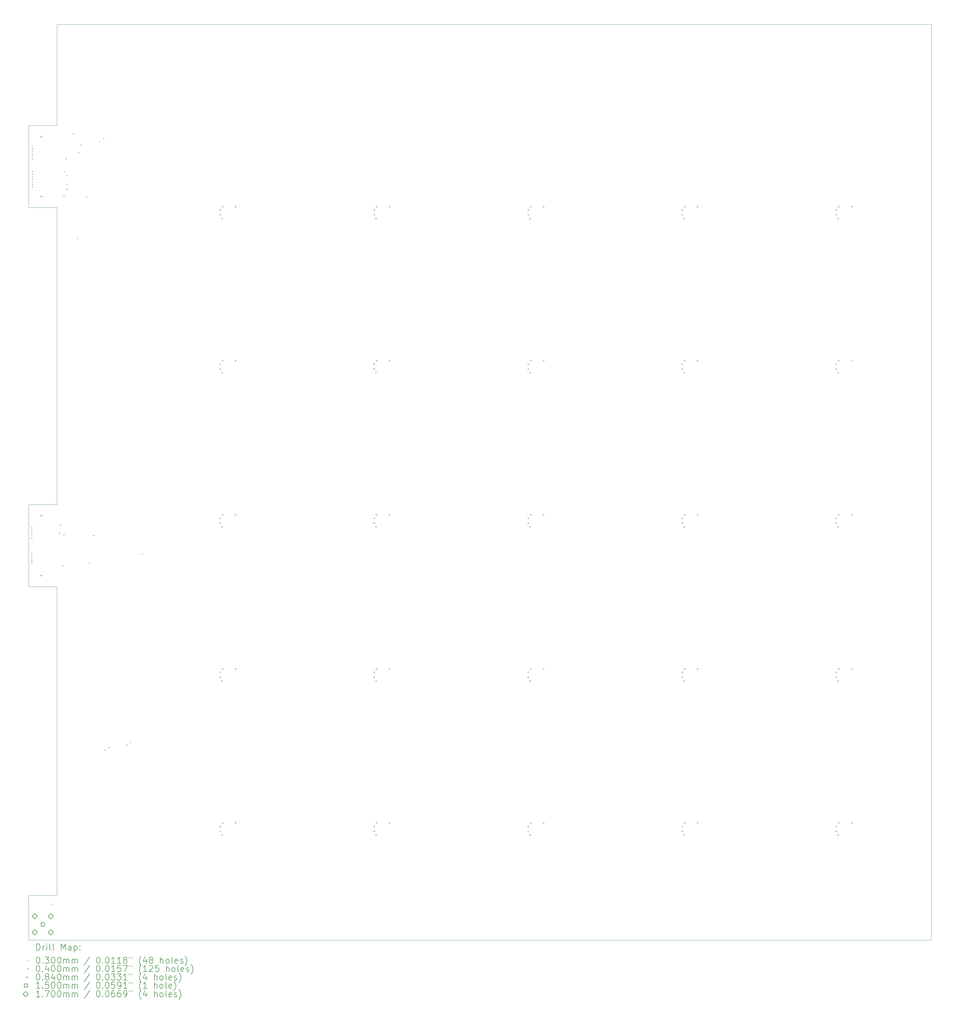
<source format=gbr>
%TF.GenerationSoftware,KiCad,Pcbnew,8.0.2-1*%
%TF.CreationDate,2024-10-14T18:36:12-04:00*%
%TF.ProjectId,EvenLayers_1.3mm_SiPM,4576656e-4c61-4796-9572-735f312e336d,rev?*%
%TF.SameCoordinates,Original*%
%TF.FileFunction,Drillmap*%
%TF.FilePolarity,Positive*%
%FSLAX45Y45*%
G04 Gerber Fmt 4.5, Leading zero omitted, Abs format (unit mm)*
G04 Created by KiCad (PCBNEW 8.0.2-1) date 2024-10-14 18:36:12*
%MOMM*%
%LPD*%
G01*
G04 APERTURE LIST*
%ADD10C,0.050000*%
%ADD11C,0.100000*%
%ADD12C,0.200000*%
%ADD13C,0.150000*%
%ADD14C,0.170000*%
G04 APERTURE END LIST*
D10*
X6600000Y-21300000D02*
X7500000Y-21300000D01*
X7500000Y-9300000D02*
X6600000Y-9300000D01*
X6600000Y-6700000D02*
X6600000Y-9300000D01*
X6600000Y-32430000D02*
X6600000Y-32500000D01*
X6600000Y-18700000D02*
X7500000Y-18700000D01*
X35200000Y-32500000D02*
X6600000Y-32500000D01*
X7500000Y-3500000D02*
X35200000Y-3500000D01*
X7500000Y-21300000D02*
X7500000Y-31080000D01*
X6600000Y-6700000D02*
X7500000Y-6700000D01*
X6600000Y-31570000D02*
X6600000Y-31080000D01*
X6600000Y-18700000D02*
X6600000Y-21300000D01*
X7500000Y-6700000D02*
X7500000Y-3500000D01*
X35200000Y-3500000D02*
X35200000Y-32500000D01*
X7500000Y-18700000D02*
X7500000Y-9300000D01*
X6600000Y-31080000D02*
X7500000Y-31080000D01*
D11*
X6600000Y-31570000D02*
X6600000Y-32430000D01*
D12*
D11*
X6685000Y-19425000D02*
X6715000Y-19455000D01*
X6715000Y-19425000D02*
X6685000Y-19455000D01*
X6685000Y-19505000D02*
X6715000Y-19535000D01*
X6715000Y-19505000D02*
X6685000Y-19535000D01*
X6685000Y-19585000D02*
X6715000Y-19615000D01*
X6715000Y-19585000D02*
X6685000Y-19615000D01*
X6685000Y-19665000D02*
X6715000Y-19695000D01*
X6715000Y-19665000D02*
X6685000Y-19695000D01*
X6685000Y-19745000D02*
X6715000Y-19775000D01*
X6715000Y-19745000D02*
X6685000Y-19775000D01*
X6685000Y-20225000D02*
X6715000Y-20255000D01*
X6715000Y-20225000D02*
X6685000Y-20255000D01*
X6685000Y-20305000D02*
X6715000Y-20335000D01*
X6715000Y-20305000D02*
X6685000Y-20335000D01*
X6685000Y-20385000D02*
X6715000Y-20415000D01*
X6715000Y-20385000D02*
X6685000Y-20415000D01*
X6685000Y-20465000D02*
X6715000Y-20495000D01*
X6715000Y-20465000D02*
X6685000Y-20495000D01*
X6685000Y-20545000D02*
X6715000Y-20575000D01*
X6715000Y-20545000D02*
X6685000Y-20575000D01*
X6705000Y-7345000D02*
X6735000Y-7375000D01*
X6735000Y-7345000D02*
X6705000Y-7375000D01*
X6705000Y-7425000D02*
X6735000Y-7455000D01*
X6735000Y-7425000D02*
X6705000Y-7455000D01*
X6705000Y-7505000D02*
X6735000Y-7535000D01*
X6735000Y-7505000D02*
X6705000Y-7535000D01*
X6705000Y-7585000D02*
X6735000Y-7615000D01*
X6735000Y-7585000D02*
X6705000Y-7615000D01*
X6705000Y-7665000D02*
X6735000Y-7695000D01*
X6735000Y-7665000D02*
X6705000Y-7695000D01*
X6705000Y-7745000D02*
X6735000Y-7775000D01*
X6735000Y-7745000D02*
X6705000Y-7775000D01*
X6705000Y-8625000D02*
X6735000Y-8655000D01*
X6735000Y-8625000D02*
X6705000Y-8655000D01*
X6710000Y-8145000D02*
X6740000Y-8175000D01*
X6740000Y-8145000D02*
X6710000Y-8175000D01*
X6710000Y-8225000D02*
X6740000Y-8255000D01*
X6740000Y-8225000D02*
X6710000Y-8255000D01*
X6710000Y-8305000D02*
X6740000Y-8335000D01*
X6740000Y-8305000D02*
X6710000Y-8335000D01*
X6710000Y-8385000D02*
X6740000Y-8415000D01*
X6740000Y-8385000D02*
X6710000Y-8415000D01*
X6710000Y-8465000D02*
X6740000Y-8495000D01*
X6740000Y-8465000D02*
X6710000Y-8495000D01*
X6710000Y-8545000D02*
X6740000Y-8575000D01*
X6740000Y-8545000D02*
X6710000Y-8575000D01*
X7325000Y-31345000D02*
X7355000Y-31375000D01*
X7355000Y-31345000D02*
X7325000Y-31375000D01*
X7565000Y-19585000D02*
X7595000Y-19615000D01*
X7595000Y-19585000D02*
X7565000Y-19615000D01*
X7604289Y-19344289D02*
X7634289Y-19374289D01*
X7634289Y-19344289D02*
X7604289Y-19374289D01*
X7665000Y-20625000D02*
X7695000Y-20655000D01*
X7695000Y-20625000D02*
X7665000Y-20655000D01*
X7705000Y-8905000D02*
X7735000Y-8935000D01*
X7735000Y-8905000D02*
X7705000Y-8935000D01*
X7705000Y-19645000D02*
X7735000Y-19675000D01*
X7735000Y-19645000D02*
X7705000Y-19675000D01*
X7725000Y-8145000D02*
X7755000Y-8175000D01*
X7755000Y-8145000D02*
X7725000Y-8175000D01*
X7765000Y-7745000D02*
X7795000Y-7775000D01*
X7795000Y-7745000D02*
X7765000Y-7775000D01*
X7797426Y-8712574D02*
X7827426Y-8742574D01*
X7827426Y-8712574D02*
X7797426Y-8742574D01*
X7805000Y-8265000D02*
X7835000Y-8295000D01*
X7835000Y-8265000D02*
X7805000Y-8295000D01*
X7805000Y-8545000D02*
X7835000Y-8575000D01*
X7835000Y-8545000D02*
X7805000Y-8575000D01*
X8005000Y-6945000D02*
X8035000Y-6975000D01*
X8035000Y-6945000D02*
X8005000Y-6975000D01*
X8145000Y-10265000D02*
X8175000Y-10295000D01*
X8175000Y-10265000D02*
X8145000Y-10295000D01*
X8165000Y-7545000D02*
X8195000Y-7575000D01*
X8195000Y-7545000D02*
X8165000Y-7575000D01*
X8245000Y-7305000D02*
X8275000Y-7335000D01*
X8275000Y-7305000D02*
X8245000Y-7335000D01*
X8425000Y-8945000D02*
X8455000Y-8975000D01*
X8455000Y-8945000D02*
X8425000Y-8975000D01*
X8507427Y-20542574D02*
X8537427Y-20572574D01*
X8537427Y-20542574D02*
X8507427Y-20572574D01*
X8645000Y-19665000D02*
X8675000Y-19695000D01*
X8675000Y-19665000D02*
X8645000Y-19695000D01*
X8845000Y-7205000D02*
X8875000Y-7235000D01*
X8875000Y-7205000D02*
X8845000Y-7235000D01*
X8965000Y-7105000D02*
X8995000Y-7135000D01*
X8995000Y-7105000D02*
X8965000Y-7135000D01*
X9005000Y-26465000D02*
X9035000Y-26495000D01*
X9035000Y-26465000D02*
X9005000Y-26495000D01*
X9125000Y-26385000D02*
X9155000Y-26415000D01*
X9155000Y-26385000D02*
X9125000Y-26415000D01*
X9705000Y-26305000D02*
X9735000Y-26335000D01*
X9735000Y-26305000D02*
X9705000Y-26335000D01*
X9805000Y-26225000D02*
X9835000Y-26255000D01*
X9835000Y-26225000D02*
X9805000Y-26255000D01*
X10185000Y-20245000D02*
X10215000Y-20275000D01*
X10215000Y-20245000D02*
X10185000Y-20275000D01*
X12695000Y-9380000D02*
G75*
G02*
X12655000Y-9380000I-20000J0D01*
G01*
X12655000Y-9380000D02*
G75*
G02*
X12695000Y-9380000I20000J0D01*
G01*
X12695000Y-9530000D02*
G75*
G02*
X12655000Y-9530000I-20000J0D01*
G01*
X12655000Y-9530000D02*
G75*
G02*
X12695000Y-9530000I20000J0D01*
G01*
X12695000Y-14260000D02*
G75*
G02*
X12655000Y-14260000I-20000J0D01*
G01*
X12655000Y-14260000D02*
G75*
G02*
X12695000Y-14260000I20000J0D01*
G01*
X12695000Y-14410000D02*
G75*
G02*
X12655000Y-14410000I-20000J0D01*
G01*
X12655000Y-14410000D02*
G75*
G02*
X12695000Y-14410000I20000J0D01*
G01*
X12695000Y-19140000D02*
G75*
G02*
X12655000Y-19140000I-20000J0D01*
G01*
X12655000Y-19140000D02*
G75*
G02*
X12695000Y-19140000I20000J0D01*
G01*
X12695000Y-19290000D02*
G75*
G02*
X12655000Y-19290000I-20000J0D01*
G01*
X12655000Y-19290000D02*
G75*
G02*
X12695000Y-19290000I20000J0D01*
G01*
X12695000Y-24020000D02*
G75*
G02*
X12655000Y-24020000I-20000J0D01*
G01*
X12655000Y-24020000D02*
G75*
G02*
X12695000Y-24020000I20000J0D01*
G01*
X12695000Y-24170000D02*
G75*
G02*
X12655000Y-24170000I-20000J0D01*
G01*
X12655000Y-24170000D02*
G75*
G02*
X12695000Y-24170000I20000J0D01*
G01*
X12695000Y-28900000D02*
G75*
G02*
X12655000Y-28900000I-20000J0D01*
G01*
X12655000Y-28900000D02*
G75*
G02*
X12695000Y-28900000I20000J0D01*
G01*
X12695000Y-29050000D02*
G75*
G02*
X12655000Y-29050000I-20000J0D01*
G01*
X12655000Y-29050000D02*
G75*
G02*
X12695000Y-29050000I20000J0D01*
G01*
X12750000Y-9650000D02*
G75*
G02*
X12710000Y-9650000I-20000J0D01*
G01*
X12710000Y-9650000D02*
G75*
G02*
X12750000Y-9650000I20000J0D01*
G01*
X12750000Y-14530000D02*
G75*
G02*
X12710000Y-14530000I-20000J0D01*
G01*
X12710000Y-14530000D02*
G75*
G02*
X12750000Y-14530000I20000J0D01*
G01*
X12750000Y-19410000D02*
G75*
G02*
X12710000Y-19410000I-20000J0D01*
G01*
X12710000Y-19410000D02*
G75*
G02*
X12750000Y-19410000I20000J0D01*
G01*
X12750000Y-24290000D02*
G75*
G02*
X12710000Y-24290000I-20000J0D01*
G01*
X12710000Y-24290000D02*
G75*
G02*
X12750000Y-24290000I20000J0D01*
G01*
X12750000Y-29170000D02*
G75*
G02*
X12710000Y-29170000I-20000J0D01*
G01*
X12710000Y-29170000D02*
G75*
G02*
X12750000Y-29170000I20000J0D01*
G01*
X12770000Y-9270000D02*
G75*
G02*
X12730000Y-9270000I-20000J0D01*
G01*
X12730000Y-9270000D02*
G75*
G02*
X12770000Y-9270000I20000J0D01*
G01*
X12770000Y-14150000D02*
G75*
G02*
X12730000Y-14150000I-20000J0D01*
G01*
X12730000Y-14150000D02*
G75*
G02*
X12770000Y-14150000I20000J0D01*
G01*
X12770000Y-19030000D02*
G75*
G02*
X12730000Y-19030000I-20000J0D01*
G01*
X12730000Y-19030000D02*
G75*
G02*
X12770000Y-19030000I20000J0D01*
G01*
X12770000Y-23910000D02*
G75*
G02*
X12730000Y-23910000I-20000J0D01*
G01*
X12730000Y-23910000D02*
G75*
G02*
X12770000Y-23910000I20000J0D01*
G01*
X12770000Y-28790000D02*
G75*
G02*
X12730000Y-28790000I-20000J0D01*
G01*
X12730000Y-28790000D02*
G75*
G02*
X12770000Y-28790000I20000J0D01*
G01*
X13180000Y-9270000D02*
G75*
G02*
X13140000Y-9270000I-20000J0D01*
G01*
X13140000Y-9270000D02*
G75*
G02*
X13180000Y-9270000I20000J0D01*
G01*
X13180000Y-14150000D02*
G75*
G02*
X13140000Y-14150000I-20000J0D01*
G01*
X13140000Y-14150000D02*
G75*
G02*
X13180000Y-14150000I20000J0D01*
G01*
X13180000Y-19030000D02*
G75*
G02*
X13140000Y-19030000I-20000J0D01*
G01*
X13140000Y-19030000D02*
G75*
G02*
X13180000Y-19030000I20000J0D01*
G01*
X13180000Y-23910000D02*
G75*
G02*
X13140000Y-23910000I-20000J0D01*
G01*
X13140000Y-23910000D02*
G75*
G02*
X13180000Y-23910000I20000J0D01*
G01*
X13180000Y-28790000D02*
G75*
G02*
X13140000Y-28790000I-20000J0D01*
G01*
X13140000Y-28790000D02*
G75*
G02*
X13180000Y-28790000I20000J0D01*
G01*
X17575000Y-9380000D02*
G75*
G02*
X17535000Y-9380000I-20000J0D01*
G01*
X17535000Y-9380000D02*
G75*
G02*
X17575000Y-9380000I20000J0D01*
G01*
X17575000Y-9530000D02*
G75*
G02*
X17535000Y-9530000I-20000J0D01*
G01*
X17535000Y-9530000D02*
G75*
G02*
X17575000Y-9530000I20000J0D01*
G01*
X17575000Y-14260000D02*
G75*
G02*
X17535000Y-14260000I-20000J0D01*
G01*
X17535000Y-14260000D02*
G75*
G02*
X17575000Y-14260000I20000J0D01*
G01*
X17575000Y-14410000D02*
G75*
G02*
X17535000Y-14410000I-20000J0D01*
G01*
X17535000Y-14410000D02*
G75*
G02*
X17575000Y-14410000I20000J0D01*
G01*
X17575000Y-19140000D02*
G75*
G02*
X17535000Y-19140000I-20000J0D01*
G01*
X17535000Y-19140000D02*
G75*
G02*
X17575000Y-19140000I20000J0D01*
G01*
X17575000Y-19290000D02*
G75*
G02*
X17535000Y-19290000I-20000J0D01*
G01*
X17535000Y-19290000D02*
G75*
G02*
X17575000Y-19290000I20000J0D01*
G01*
X17575000Y-24020000D02*
G75*
G02*
X17535000Y-24020000I-20000J0D01*
G01*
X17535000Y-24020000D02*
G75*
G02*
X17575000Y-24020000I20000J0D01*
G01*
X17575000Y-24170000D02*
G75*
G02*
X17535000Y-24170000I-20000J0D01*
G01*
X17535000Y-24170000D02*
G75*
G02*
X17575000Y-24170000I20000J0D01*
G01*
X17575000Y-28900000D02*
G75*
G02*
X17535000Y-28900000I-20000J0D01*
G01*
X17535000Y-28900000D02*
G75*
G02*
X17575000Y-28900000I20000J0D01*
G01*
X17575000Y-29050000D02*
G75*
G02*
X17535000Y-29050000I-20000J0D01*
G01*
X17535000Y-29050000D02*
G75*
G02*
X17575000Y-29050000I20000J0D01*
G01*
X17630000Y-9650000D02*
G75*
G02*
X17590000Y-9650000I-20000J0D01*
G01*
X17590000Y-9650000D02*
G75*
G02*
X17630000Y-9650000I20000J0D01*
G01*
X17630000Y-14530000D02*
G75*
G02*
X17590000Y-14530000I-20000J0D01*
G01*
X17590000Y-14530000D02*
G75*
G02*
X17630000Y-14530000I20000J0D01*
G01*
X17630000Y-19410000D02*
G75*
G02*
X17590000Y-19410000I-20000J0D01*
G01*
X17590000Y-19410000D02*
G75*
G02*
X17630000Y-19410000I20000J0D01*
G01*
X17630000Y-24290000D02*
G75*
G02*
X17590000Y-24290000I-20000J0D01*
G01*
X17590000Y-24290000D02*
G75*
G02*
X17630000Y-24290000I20000J0D01*
G01*
X17630000Y-29170000D02*
G75*
G02*
X17590000Y-29170000I-20000J0D01*
G01*
X17590000Y-29170000D02*
G75*
G02*
X17630000Y-29170000I20000J0D01*
G01*
X17650000Y-9270000D02*
G75*
G02*
X17610000Y-9270000I-20000J0D01*
G01*
X17610000Y-9270000D02*
G75*
G02*
X17650000Y-9270000I20000J0D01*
G01*
X17650000Y-14150000D02*
G75*
G02*
X17610000Y-14150000I-20000J0D01*
G01*
X17610000Y-14150000D02*
G75*
G02*
X17650000Y-14150000I20000J0D01*
G01*
X17650000Y-19030000D02*
G75*
G02*
X17610000Y-19030000I-20000J0D01*
G01*
X17610000Y-19030000D02*
G75*
G02*
X17650000Y-19030000I20000J0D01*
G01*
X17650000Y-23910000D02*
G75*
G02*
X17610000Y-23910000I-20000J0D01*
G01*
X17610000Y-23910000D02*
G75*
G02*
X17650000Y-23910000I20000J0D01*
G01*
X17650000Y-28790000D02*
G75*
G02*
X17610000Y-28790000I-20000J0D01*
G01*
X17610000Y-28790000D02*
G75*
G02*
X17650000Y-28790000I20000J0D01*
G01*
X18060000Y-9270000D02*
G75*
G02*
X18020000Y-9270000I-20000J0D01*
G01*
X18020000Y-9270000D02*
G75*
G02*
X18060000Y-9270000I20000J0D01*
G01*
X18060000Y-14150000D02*
G75*
G02*
X18020000Y-14150000I-20000J0D01*
G01*
X18020000Y-14150000D02*
G75*
G02*
X18060000Y-14150000I20000J0D01*
G01*
X18060000Y-19030000D02*
G75*
G02*
X18020000Y-19030000I-20000J0D01*
G01*
X18020000Y-19030000D02*
G75*
G02*
X18060000Y-19030000I20000J0D01*
G01*
X18060000Y-23910000D02*
G75*
G02*
X18020000Y-23910000I-20000J0D01*
G01*
X18020000Y-23910000D02*
G75*
G02*
X18060000Y-23910000I20000J0D01*
G01*
X18060000Y-28790000D02*
G75*
G02*
X18020000Y-28790000I-20000J0D01*
G01*
X18020000Y-28790000D02*
G75*
G02*
X18060000Y-28790000I20000J0D01*
G01*
X22455000Y-9380000D02*
G75*
G02*
X22415000Y-9380000I-20000J0D01*
G01*
X22415000Y-9380000D02*
G75*
G02*
X22455000Y-9380000I20000J0D01*
G01*
X22455000Y-9530000D02*
G75*
G02*
X22415000Y-9530000I-20000J0D01*
G01*
X22415000Y-9530000D02*
G75*
G02*
X22455000Y-9530000I20000J0D01*
G01*
X22455000Y-14260000D02*
G75*
G02*
X22415000Y-14260000I-20000J0D01*
G01*
X22415000Y-14260000D02*
G75*
G02*
X22455000Y-14260000I20000J0D01*
G01*
X22455000Y-14410000D02*
G75*
G02*
X22415000Y-14410000I-20000J0D01*
G01*
X22415000Y-14410000D02*
G75*
G02*
X22455000Y-14410000I20000J0D01*
G01*
X22455000Y-19140000D02*
G75*
G02*
X22415000Y-19140000I-20000J0D01*
G01*
X22415000Y-19140000D02*
G75*
G02*
X22455000Y-19140000I20000J0D01*
G01*
X22455000Y-19290000D02*
G75*
G02*
X22415000Y-19290000I-20000J0D01*
G01*
X22415000Y-19290000D02*
G75*
G02*
X22455000Y-19290000I20000J0D01*
G01*
X22455000Y-24020000D02*
G75*
G02*
X22415000Y-24020000I-20000J0D01*
G01*
X22415000Y-24020000D02*
G75*
G02*
X22455000Y-24020000I20000J0D01*
G01*
X22455000Y-24170000D02*
G75*
G02*
X22415000Y-24170000I-20000J0D01*
G01*
X22415000Y-24170000D02*
G75*
G02*
X22455000Y-24170000I20000J0D01*
G01*
X22455000Y-28900000D02*
G75*
G02*
X22415000Y-28900000I-20000J0D01*
G01*
X22415000Y-28900000D02*
G75*
G02*
X22455000Y-28900000I20000J0D01*
G01*
X22455000Y-29050000D02*
G75*
G02*
X22415000Y-29050000I-20000J0D01*
G01*
X22415000Y-29050000D02*
G75*
G02*
X22455000Y-29050000I20000J0D01*
G01*
X22510000Y-9650000D02*
G75*
G02*
X22470000Y-9650000I-20000J0D01*
G01*
X22470000Y-9650000D02*
G75*
G02*
X22510000Y-9650000I20000J0D01*
G01*
X22510000Y-14530000D02*
G75*
G02*
X22470000Y-14530000I-20000J0D01*
G01*
X22470000Y-14530000D02*
G75*
G02*
X22510000Y-14530000I20000J0D01*
G01*
X22510000Y-19410000D02*
G75*
G02*
X22470000Y-19410000I-20000J0D01*
G01*
X22470000Y-19410000D02*
G75*
G02*
X22510000Y-19410000I20000J0D01*
G01*
X22510000Y-24290000D02*
G75*
G02*
X22470000Y-24290000I-20000J0D01*
G01*
X22470000Y-24290000D02*
G75*
G02*
X22510000Y-24290000I20000J0D01*
G01*
X22510000Y-29170000D02*
G75*
G02*
X22470000Y-29170000I-20000J0D01*
G01*
X22470000Y-29170000D02*
G75*
G02*
X22510000Y-29170000I20000J0D01*
G01*
X22530000Y-9270000D02*
G75*
G02*
X22490000Y-9270000I-20000J0D01*
G01*
X22490000Y-9270000D02*
G75*
G02*
X22530000Y-9270000I20000J0D01*
G01*
X22530000Y-14150000D02*
G75*
G02*
X22490000Y-14150000I-20000J0D01*
G01*
X22490000Y-14150000D02*
G75*
G02*
X22530000Y-14150000I20000J0D01*
G01*
X22530000Y-19030000D02*
G75*
G02*
X22490000Y-19030000I-20000J0D01*
G01*
X22490000Y-19030000D02*
G75*
G02*
X22530000Y-19030000I20000J0D01*
G01*
X22530000Y-23910000D02*
G75*
G02*
X22490000Y-23910000I-20000J0D01*
G01*
X22490000Y-23910000D02*
G75*
G02*
X22530000Y-23910000I20000J0D01*
G01*
X22530000Y-28790000D02*
G75*
G02*
X22490000Y-28790000I-20000J0D01*
G01*
X22490000Y-28790000D02*
G75*
G02*
X22530000Y-28790000I20000J0D01*
G01*
X22940000Y-9270000D02*
G75*
G02*
X22900000Y-9270000I-20000J0D01*
G01*
X22900000Y-9270000D02*
G75*
G02*
X22940000Y-9270000I20000J0D01*
G01*
X22940000Y-14150000D02*
G75*
G02*
X22900000Y-14150000I-20000J0D01*
G01*
X22900000Y-14150000D02*
G75*
G02*
X22940000Y-14150000I20000J0D01*
G01*
X22940000Y-19030000D02*
G75*
G02*
X22900000Y-19030000I-20000J0D01*
G01*
X22900000Y-19030000D02*
G75*
G02*
X22940000Y-19030000I20000J0D01*
G01*
X22940000Y-23910000D02*
G75*
G02*
X22900000Y-23910000I-20000J0D01*
G01*
X22900000Y-23910000D02*
G75*
G02*
X22940000Y-23910000I20000J0D01*
G01*
X22940000Y-28790000D02*
G75*
G02*
X22900000Y-28790000I-20000J0D01*
G01*
X22900000Y-28790000D02*
G75*
G02*
X22940000Y-28790000I20000J0D01*
G01*
X27335000Y-9380000D02*
G75*
G02*
X27295000Y-9380000I-20000J0D01*
G01*
X27295000Y-9380000D02*
G75*
G02*
X27335000Y-9380000I20000J0D01*
G01*
X27335000Y-9530000D02*
G75*
G02*
X27295000Y-9530000I-20000J0D01*
G01*
X27295000Y-9530000D02*
G75*
G02*
X27335000Y-9530000I20000J0D01*
G01*
X27335000Y-14260000D02*
G75*
G02*
X27295000Y-14260000I-20000J0D01*
G01*
X27295000Y-14260000D02*
G75*
G02*
X27335000Y-14260000I20000J0D01*
G01*
X27335000Y-14410000D02*
G75*
G02*
X27295000Y-14410000I-20000J0D01*
G01*
X27295000Y-14410000D02*
G75*
G02*
X27335000Y-14410000I20000J0D01*
G01*
X27335000Y-19140000D02*
G75*
G02*
X27295000Y-19140000I-20000J0D01*
G01*
X27295000Y-19140000D02*
G75*
G02*
X27335000Y-19140000I20000J0D01*
G01*
X27335000Y-19290000D02*
G75*
G02*
X27295000Y-19290000I-20000J0D01*
G01*
X27295000Y-19290000D02*
G75*
G02*
X27335000Y-19290000I20000J0D01*
G01*
X27335000Y-24020000D02*
G75*
G02*
X27295000Y-24020000I-20000J0D01*
G01*
X27295000Y-24020000D02*
G75*
G02*
X27335000Y-24020000I20000J0D01*
G01*
X27335000Y-24170000D02*
G75*
G02*
X27295000Y-24170000I-20000J0D01*
G01*
X27295000Y-24170000D02*
G75*
G02*
X27335000Y-24170000I20000J0D01*
G01*
X27335000Y-28900000D02*
G75*
G02*
X27295000Y-28900000I-20000J0D01*
G01*
X27295000Y-28900000D02*
G75*
G02*
X27335000Y-28900000I20000J0D01*
G01*
X27335000Y-29050000D02*
G75*
G02*
X27295000Y-29050000I-20000J0D01*
G01*
X27295000Y-29050000D02*
G75*
G02*
X27335000Y-29050000I20000J0D01*
G01*
X27390000Y-9650000D02*
G75*
G02*
X27350000Y-9650000I-20000J0D01*
G01*
X27350000Y-9650000D02*
G75*
G02*
X27390000Y-9650000I20000J0D01*
G01*
X27390000Y-14530000D02*
G75*
G02*
X27350000Y-14530000I-20000J0D01*
G01*
X27350000Y-14530000D02*
G75*
G02*
X27390000Y-14530000I20000J0D01*
G01*
X27390000Y-19410000D02*
G75*
G02*
X27350000Y-19410000I-20000J0D01*
G01*
X27350000Y-19410000D02*
G75*
G02*
X27390000Y-19410000I20000J0D01*
G01*
X27390000Y-24290000D02*
G75*
G02*
X27350000Y-24290000I-20000J0D01*
G01*
X27350000Y-24290000D02*
G75*
G02*
X27390000Y-24290000I20000J0D01*
G01*
X27390000Y-29170000D02*
G75*
G02*
X27350000Y-29170000I-20000J0D01*
G01*
X27350000Y-29170000D02*
G75*
G02*
X27390000Y-29170000I20000J0D01*
G01*
X27410000Y-9270000D02*
G75*
G02*
X27370000Y-9270000I-20000J0D01*
G01*
X27370000Y-9270000D02*
G75*
G02*
X27410000Y-9270000I20000J0D01*
G01*
X27410000Y-14150000D02*
G75*
G02*
X27370000Y-14150000I-20000J0D01*
G01*
X27370000Y-14150000D02*
G75*
G02*
X27410000Y-14150000I20000J0D01*
G01*
X27410000Y-19030000D02*
G75*
G02*
X27370000Y-19030000I-20000J0D01*
G01*
X27370000Y-19030000D02*
G75*
G02*
X27410000Y-19030000I20000J0D01*
G01*
X27410000Y-23910000D02*
G75*
G02*
X27370000Y-23910000I-20000J0D01*
G01*
X27370000Y-23910000D02*
G75*
G02*
X27410000Y-23910000I20000J0D01*
G01*
X27410000Y-28790000D02*
G75*
G02*
X27370000Y-28790000I-20000J0D01*
G01*
X27370000Y-28790000D02*
G75*
G02*
X27410000Y-28790000I20000J0D01*
G01*
X27820000Y-9270000D02*
G75*
G02*
X27780000Y-9270000I-20000J0D01*
G01*
X27780000Y-9270000D02*
G75*
G02*
X27820000Y-9270000I20000J0D01*
G01*
X27820000Y-14150000D02*
G75*
G02*
X27780000Y-14150000I-20000J0D01*
G01*
X27780000Y-14150000D02*
G75*
G02*
X27820000Y-14150000I20000J0D01*
G01*
X27820000Y-19030000D02*
G75*
G02*
X27780000Y-19030000I-20000J0D01*
G01*
X27780000Y-19030000D02*
G75*
G02*
X27820000Y-19030000I20000J0D01*
G01*
X27820000Y-23910000D02*
G75*
G02*
X27780000Y-23910000I-20000J0D01*
G01*
X27780000Y-23910000D02*
G75*
G02*
X27820000Y-23910000I20000J0D01*
G01*
X27820000Y-28790000D02*
G75*
G02*
X27780000Y-28790000I-20000J0D01*
G01*
X27780000Y-28790000D02*
G75*
G02*
X27820000Y-28790000I20000J0D01*
G01*
X32215000Y-9380000D02*
G75*
G02*
X32175000Y-9380000I-20000J0D01*
G01*
X32175000Y-9380000D02*
G75*
G02*
X32215000Y-9380000I20000J0D01*
G01*
X32215000Y-9530000D02*
G75*
G02*
X32175000Y-9530000I-20000J0D01*
G01*
X32175000Y-9530000D02*
G75*
G02*
X32215000Y-9530000I20000J0D01*
G01*
X32215000Y-14260000D02*
G75*
G02*
X32175000Y-14260000I-20000J0D01*
G01*
X32175000Y-14260000D02*
G75*
G02*
X32215000Y-14260000I20000J0D01*
G01*
X32215000Y-14410000D02*
G75*
G02*
X32175000Y-14410000I-20000J0D01*
G01*
X32175000Y-14410000D02*
G75*
G02*
X32215000Y-14410000I20000J0D01*
G01*
X32215000Y-19140000D02*
G75*
G02*
X32175000Y-19140000I-20000J0D01*
G01*
X32175000Y-19140000D02*
G75*
G02*
X32215000Y-19140000I20000J0D01*
G01*
X32215000Y-19290000D02*
G75*
G02*
X32175000Y-19290000I-20000J0D01*
G01*
X32175000Y-19290000D02*
G75*
G02*
X32215000Y-19290000I20000J0D01*
G01*
X32215000Y-24020000D02*
G75*
G02*
X32175000Y-24020000I-20000J0D01*
G01*
X32175000Y-24020000D02*
G75*
G02*
X32215000Y-24020000I20000J0D01*
G01*
X32215000Y-24170000D02*
G75*
G02*
X32175000Y-24170000I-20000J0D01*
G01*
X32175000Y-24170000D02*
G75*
G02*
X32215000Y-24170000I20000J0D01*
G01*
X32215000Y-28900000D02*
G75*
G02*
X32175000Y-28900000I-20000J0D01*
G01*
X32175000Y-28900000D02*
G75*
G02*
X32215000Y-28900000I20000J0D01*
G01*
X32215000Y-29050000D02*
G75*
G02*
X32175000Y-29050000I-20000J0D01*
G01*
X32175000Y-29050000D02*
G75*
G02*
X32215000Y-29050000I20000J0D01*
G01*
X32270000Y-9650000D02*
G75*
G02*
X32230000Y-9650000I-20000J0D01*
G01*
X32230000Y-9650000D02*
G75*
G02*
X32270000Y-9650000I20000J0D01*
G01*
X32270000Y-14530000D02*
G75*
G02*
X32230000Y-14530000I-20000J0D01*
G01*
X32230000Y-14530000D02*
G75*
G02*
X32270000Y-14530000I20000J0D01*
G01*
X32270000Y-19410000D02*
G75*
G02*
X32230000Y-19410000I-20000J0D01*
G01*
X32230000Y-19410000D02*
G75*
G02*
X32270000Y-19410000I20000J0D01*
G01*
X32270000Y-24290000D02*
G75*
G02*
X32230000Y-24290000I-20000J0D01*
G01*
X32230000Y-24290000D02*
G75*
G02*
X32270000Y-24290000I20000J0D01*
G01*
X32270000Y-29170000D02*
G75*
G02*
X32230000Y-29170000I-20000J0D01*
G01*
X32230000Y-29170000D02*
G75*
G02*
X32270000Y-29170000I20000J0D01*
G01*
X32290000Y-9270000D02*
G75*
G02*
X32250000Y-9270000I-20000J0D01*
G01*
X32250000Y-9270000D02*
G75*
G02*
X32290000Y-9270000I20000J0D01*
G01*
X32290000Y-14150000D02*
G75*
G02*
X32250000Y-14150000I-20000J0D01*
G01*
X32250000Y-14150000D02*
G75*
G02*
X32290000Y-14150000I20000J0D01*
G01*
X32290000Y-19030000D02*
G75*
G02*
X32250000Y-19030000I-20000J0D01*
G01*
X32250000Y-19030000D02*
G75*
G02*
X32290000Y-19030000I20000J0D01*
G01*
X32290000Y-23910000D02*
G75*
G02*
X32250000Y-23910000I-20000J0D01*
G01*
X32250000Y-23910000D02*
G75*
G02*
X32290000Y-23910000I20000J0D01*
G01*
X32290000Y-28790000D02*
G75*
G02*
X32250000Y-28790000I-20000J0D01*
G01*
X32250000Y-28790000D02*
G75*
G02*
X32290000Y-28790000I20000J0D01*
G01*
X32700000Y-9270000D02*
G75*
G02*
X32660000Y-9270000I-20000J0D01*
G01*
X32660000Y-9270000D02*
G75*
G02*
X32700000Y-9270000I20000J0D01*
G01*
X32700000Y-14150000D02*
G75*
G02*
X32660000Y-14150000I-20000J0D01*
G01*
X32660000Y-14150000D02*
G75*
G02*
X32700000Y-14150000I20000J0D01*
G01*
X32700000Y-19030000D02*
G75*
G02*
X32660000Y-19030000I-20000J0D01*
G01*
X32660000Y-19030000D02*
G75*
G02*
X32700000Y-19030000I20000J0D01*
G01*
X32700000Y-23910000D02*
G75*
G02*
X32660000Y-23910000I-20000J0D01*
G01*
X32660000Y-23910000D02*
G75*
G02*
X32700000Y-23910000I20000J0D01*
G01*
X32700000Y-28790000D02*
G75*
G02*
X32660000Y-28790000I-20000J0D01*
G01*
X32660000Y-28790000D02*
G75*
G02*
X32700000Y-28790000I20000J0D01*
G01*
X7000000Y-7008500D02*
X7000000Y-7092500D01*
X6958000Y-7050500D02*
X7042000Y-7050500D01*
X7000000Y-8907500D02*
X7000000Y-8991500D01*
X6958000Y-8949500D02*
X7042000Y-8949500D01*
X7000000Y-19008500D02*
X7000000Y-19092500D01*
X6958000Y-19050500D02*
X7042000Y-19050500D01*
X7000000Y-20907500D02*
X7000000Y-20991500D01*
X6958000Y-20949500D02*
X7042000Y-20949500D01*
D13*
X7103033Y-32053033D02*
X7103033Y-31946966D01*
X6996966Y-31946966D01*
X6996966Y-32053033D01*
X7103033Y-32053033D01*
D14*
X6796000Y-31831000D02*
X6881000Y-31746000D01*
X6796000Y-31661000D01*
X6711000Y-31746000D01*
X6796000Y-31831000D01*
X6796000Y-32339000D02*
X6881000Y-32254000D01*
X6796000Y-32169000D01*
X6711000Y-32254000D01*
X6796000Y-32339000D01*
X7304000Y-31831000D02*
X7389000Y-31746000D01*
X7304000Y-31661000D01*
X7219000Y-31746000D01*
X7304000Y-31831000D01*
X7304000Y-32339000D02*
X7389000Y-32254000D01*
X7304000Y-32169000D01*
X7219000Y-32254000D01*
X7304000Y-32339000D01*
D12*
X6855777Y-32813984D02*
X6855777Y-32613984D01*
X6855777Y-32613984D02*
X6903396Y-32613984D01*
X6903396Y-32613984D02*
X6931967Y-32623508D01*
X6931967Y-32623508D02*
X6951015Y-32642555D01*
X6951015Y-32642555D02*
X6960539Y-32661603D01*
X6960539Y-32661603D02*
X6970062Y-32699698D01*
X6970062Y-32699698D02*
X6970062Y-32728269D01*
X6970062Y-32728269D02*
X6960539Y-32766365D01*
X6960539Y-32766365D02*
X6951015Y-32785412D01*
X6951015Y-32785412D02*
X6931967Y-32804460D01*
X6931967Y-32804460D02*
X6903396Y-32813984D01*
X6903396Y-32813984D02*
X6855777Y-32813984D01*
X7055777Y-32813984D02*
X7055777Y-32680650D01*
X7055777Y-32718746D02*
X7065301Y-32699698D01*
X7065301Y-32699698D02*
X7074824Y-32690174D01*
X7074824Y-32690174D02*
X7093872Y-32680650D01*
X7093872Y-32680650D02*
X7112920Y-32680650D01*
X7179586Y-32813984D02*
X7179586Y-32680650D01*
X7179586Y-32613984D02*
X7170062Y-32623508D01*
X7170062Y-32623508D02*
X7179586Y-32633031D01*
X7179586Y-32633031D02*
X7189110Y-32623508D01*
X7189110Y-32623508D02*
X7179586Y-32613984D01*
X7179586Y-32613984D02*
X7179586Y-32633031D01*
X7303396Y-32813984D02*
X7284348Y-32804460D01*
X7284348Y-32804460D02*
X7274824Y-32785412D01*
X7274824Y-32785412D02*
X7274824Y-32613984D01*
X7408158Y-32813984D02*
X7389110Y-32804460D01*
X7389110Y-32804460D02*
X7379586Y-32785412D01*
X7379586Y-32785412D02*
X7379586Y-32613984D01*
X7636729Y-32813984D02*
X7636729Y-32613984D01*
X7636729Y-32613984D02*
X7703396Y-32756841D01*
X7703396Y-32756841D02*
X7770062Y-32613984D01*
X7770062Y-32613984D02*
X7770062Y-32813984D01*
X7951015Y-32813984D02*
X7951015Y-32709222D01*
X7951015Y-32709222D02*
X7941491Y-32690174D01*
X7941491Y-32690174D02*
X7922443Y-32680650D01*
X7922443Y-32680650D02*
X7884348Y-32680650D01*
X7884348Y-32680650D02*
X7865301Y-32690174D01*
X7951015Y-32804460D02*
X7931967Y-32813984D01*
X7931967Y-32813984D02*
X7884348Y-32813984D01*
X7884348Y-32813984D02*
X7865301Y-32804460D01*
X7865301Y-32804460D02*
X7855777Y-32785412D01*
X7855777Y-32785412D02*
X7855777Y-32766365D01*
X7855777Y-32766365D02*
X7865301Y-32747317D01*
X7865301Y-32747317D02*
X7884348Y-32737793D01*
X7884348Y-32737793D02*
X7931967Y-32737793D01*
X7931967Y-32737793D02*
X7951015Y-32728269D01*
X8046253Y-32680650D02*
X8046253Y-32880650D01*
X8046253Y-32690174D02*
X8065301Y-32680650D01*
X8065301Y-32680650D02*
X8103396Y-32680650D01*
X8103396Y-32680650D02*
X8122443Y-32690174D01*
X8122443Y-32690174D02*
X8131967Y-32699698D01*
X8131967Y-32699698D02*
X8141491Y-32718746D01*
X8141491Y-32718746D02*
X8141491Y-32775888D01*
X8141491Y-32775888D02*
X8131967Y-32794936D01*
X8131967Y-32794936D02*
X8122443Y-32804460D01*
X8122443Y-32804460D02*
X8103396Y-32813984D01*
X8103396Y-32813984D02*
X8065301Y-32813984D01*
X8065301Y-32813984D02*
X8046253Y-32804460D01*
X8227205Y-32794936D02*
X8236729Y-32804460D01*
X8236729Y-32804460D02*
X8227205Y-32813984D01*
X8227205Y-32813984D02*
X8217682Y-32804460D01*
X8217682Y-32804460D02*
X8227205Y-32794936D01*
X8227205Y-32794936D02*
X8227205Y-32813984D01*
X8227205Y-32690174D02*
X8236729Y-32699698D01*
X8236729Y-32699698D02*
X8227205Y-32709222D01*
X8227205Y-32709222D02*
X8217682Y-32699698D01*
X8217682Y-32699698D02*
X8227205Y-32690174D01*
X8227205Y-32690174D02*
X8227205Y-32709222D01*
D11*
X6565000Y-33127500D02*
X6595000Y-33157500D01*
X6595000Y-33127500D02*
X6565000Y-33157500D01*
D12*
X6893872Y-33033984D02*
X6912920Y-33033984D01*
X6912920Y-33033984D02*
X6931967Y-33043508D01*
X6931967Y-33043508D02*
X6941491Y-33053031D01*
X6941491Y-33053031D02*
X6951015Y-33072079D01*
X6951015Y-33072079D02*
X6960539Y-33110174D01*
X6960539Y-33110174D02*
X6960539Y-33157793D01*
X6960539Y-33157793D02*
X6951015Y-33195888D01*
X6951015Y-33195888D02*
X6941491Y-33214936D01*
X6941491Y-33214936D02*
X6931967Y-33224460D01*
X6931967Y-33224460D02*
X6912920Y-33233984D01*
X6912920Y-33233984D02*
X6893872Y-33233984D01*
X6893872Y-33233984D02*
X6874824Y-33224460D01*
X6874824Y-33224460D02*
X6865301Y-33214936D01*
X6865301Y-33214936D02*
X6855777Y-33195888D01*
X6855777Y-33195888D02*
X6846253Y-33157793D01*
X6846253Y-33157793D02*
X6846253Y-33110174D01*
X6846253Y-33110174D02*
X6855777Y-33072079D01*
X6855777Y-33072079D02*
X6865301Y-33053031D01*
X6865301Y-33053031D02*
X6874824Y-33043508D01*
X6874824Y-33043508D02*
X6893872Y-33033984D01*
X7046253Y-33214936D02*
X7055777Y-33224460D01*
X7055777Y-33224460D02*
X7046253Y-33233984D01*
X7046253Y-33233984D02*
X7036729Y-33224460D01*
X7036729Y-33224460D02*
X7046253Y-33214936D01*
X7046253Y-33214936D02*
X7046253Y-33233984D01*
X7122443Y-33033984D02*
X7246253Y-33033984D01*
X7246253Y-33033984D02*
X7179586Y-33110174D01*
X7179586Y-33110174D02*
X7208158Y-33110174D01*
X7208158Y-33110174D02*
X7227205Y-33119698D01*
X7227205Y-33119698D02*
X7236729Y-33129222D01*
X7236729Y-33129222D02*
X7246253Y-33148269D01*
X7246253Y-33148269D02*
X7246253Y-33195888D01*
X7246253Y-33195888D02*
X7236729Y-33214936D01*
X7236729Y-33214936D02*
X7227205Y-33224460D01*
X7227205Y-33224460D02*
X7208158Y-33233984D01*
X7208158Y-33233984D02*
X7151015Y-33233984D01*
X7151015Y-33233984D02*
X7131967Y-33224460D01*
X7131967Y-33224460D02*
X7122443Y-33214936D01*
X7370062Y-33033984D02*
X7389110Y-33033984D01*
X7389110Y-33033984D02*
X7408158Y-33043508D01*
X7408158Y-33043508D02*
X7417682Y-33053031D01*
X7417682Y-33053031D02*
X7427205Y-33072079D01*
X7427205Y-33072079D02*
X7436729Y-33110174D01*
X7436729Y-33110174D02*
X7436729Y-33157793D01*
X7436729Y-33157793D02*
X7427205Y-33195888D01*
X7427205Y-33195888D02*
X7417682Y-33214936D01*
X7417682Y-33214936D02*
X7408158Y-33224460D01*
X7408158Y-33224460D02*
X7389110Y-33233984D01*
X7389110Y-33233984D02*
X7370062Y-33233984D01*
X7370062Y-33233984D02*
X7351015Y-33224460D01*
X7351015Y-33224460D02*
X7341491Y-33214936D01*
X7341491Y-33214936D02*
X7331967Y-33195888D01*
X7331967Y-33195888D02*
X7322443Y-33157793D01*
X7322443Y-33157793D02*
X7322443Y-33110174D01*
X7322443Y-33110174D02*
X7331967Y-33072079D01*
X7331967Y-33072079D02*
X7341491Y-33053031D01*
X7341491Y-33053031D02*
X7351015Y-33043508D01*
X7351015Y-33043508D02*
X7370062Y-33033984D01*
X7560539Y-33033984D02*
X7579586Y-33033984D01*
X7579586Y-33033984D02*
X7598634Y-33043508D01*
X7598634Y-33043508D02*
X7608158Y-33053031D01*
X7608158Y-33053031D02*
X7617682Y-33072079D01*
X7617682Y-33072079D02*
X7627205Y-33110174D01*
X7627205Y-33110174D02*
X7627205Y-33157793D01*
X7627205Y-33157793D02*
X7617682Y-33195888D01*
X7617682Y-33195888D02*
X7608158Y-33214936D01*
X7608158Y-33214936D02*
X7598634Y-33224460D01*
X7598634Y-33224460D02*
X7579586Y-33233984D01*
X7579586Y-33233984D02*
X7560539Y-33233984D01*
X7560539Y-33233984D02*
X7541491Y-33224460D01*
X7541491Y-33224460D02*
X7531967Y-33214936D01*
X7531967Y-33214936D02*
X7522443Y-33195888D01*
X7522443Y-33195888D02*
X7512920Y-33157793D01*
X7512920Y-33157793D02*
X7512920Y-33110174D01*
X7512920Y-33110174D02*
X7522443Y-33072079D01*
X7522443Y-33072079D02*
X7531967Y-33053031D01*
X7531967Y-33053031D02*
X7541491Y-33043508D01*
X7541491Y-33043508D02*
X7560539Y-33033984D01*
X7712920Y-33233984D02*
X7712920Y-33100650D01*
X7712920Y-33119698D02*
X7722443Y-33110174D01*
X7722443Y-33110174D02*
X7741491Y-33100650D01*
X7741491Y-33100650D02*
X7770063Y-33100650D01*
X7770063Y-33100650D02*
X7789110Y-33110174D01*
X7789110Y-33110174D02*
X7798634Y-33129222D01*
X7798634Y-33129222D02*
X7798634Y-33233984D01*
X7798634Y-33129222D02*
X7808158Y-33110174D01*
X7808158Y-33110174D02*
X7827205Y-33100650D01*
X7827205Y-33100650D02*
X7855777Y-33100650D01*
X7855777Y-33100650D02*
X7874824Y-33110174D01*
X7874824Y-33110174D02*
X7884348Y-33129222D01*
X7884348Y-33129222D02*
X7884348Y-33233984D01*
X7979586Y-33233984D02*
X7979586Y-33100650D01*
X7979586Y-33119698D02*
X7989110Y-33110174D01*
X7989110Y-33110174D02*
X8008158Y-33100650D01*
X8008158Y-33100650D02*
X8036729Y-33100650D01*
X8036729Y-33100650D02*
X8055777Y-33110174D01*
X8055777Y-33110174D02*
X8065301Y-33129222D01*
X8065301Y-33129222D02*
X8065301Y-33233984D01*
X8065301Y-33129222D02*
X8074824Y-33110174D01*
X8074824Y-33110174D02*
X8093872Y-33100650D01*
X8093872Y-33100650D02*
X8122443Y-33100650D01*
X8122443Y-33100650D02*
X8141491Y-33110174D01*
X8141491Y-33110174D02*
X8151015Y-33129222D01*
X8151015Y-33129222D02*
X8151015Y-33233984D01*
X8541491Y-33024460D02*
X8370063Y-33281603D01*
X8798634Y-33033984D02*
X8817682Y-33033984D01*
X8817682Y-33033984D02*
X8836729Y-33043508D01*
X8836729Y-33043508D02*
X8846253Y-33053031D01*
X8846253Y-33053031D02*
X8855777Y-33072079D01*
X8855777Y-33072079D02*
X8865301Y-33110174D01*
X8865301Y-33110174D02*
X8865301Y-33157793D01*
X8865301Y-33157793D02*
X8855777Y-33195888D01*
X8855777Y-33195888D02*
X8846253Y-33214936D01*
X8846253Y-33214936D02*
X8836729Y-33224460D01*
X8836729Y-33224460D02*
X8817682Y-33233984D01*
X8817682Y-33233984D02*
X8798634Y-33233984D01*
X8798634Y-33233984D02*
X8779587Y-33224460D01*
X8779587Y-33224460D02*
X8770063Y-33214936D01*
X8770063Y-33214936D02*
X8760539Y-33195888D01*
X8760539Y-33195888D02*
X8751015Y-33157793D01*
X8751015Y-33157793D02*
X8751015Y-33110174D01*
X8751015Y-33110174D02*
X8760539Y-33072079D01*
X8760539Y-33072079D02*
X8770063Y-33053031D01*
X8770063Y-33053031D02*
X8779587Y-33043508D01*
X8779587Y-33043508D02*
X8798634Y-33033984D01*
X8951015Y-33214936D02*
X8960539Y-33224460D01*
X8960539Y-33224460D02*
X8951015Y-33233984D01*
X8951015Y-33233984D02*
X8941491Y-33224460D01*
X8941491Y-33224460D02*
X8951015Y-33214936D01*
X8951015Y-33214936D02*
X8951015Y-33233984D01*
X9084348Y-33033984D02*
X9103396Y-33033984D01*
X9103396Y-33033984D02*
X9122444Y-33043508D01*
X9122444Y-33043508D02*
X9131968Y-33053031D01*
X9131968Y-33053031D02*
X9141491Y-33072079D01*
X9141491Y-33072079D02*
X9151015Y-33110174D01*
X9151015Y-33110174D02*
X9151015Y-33157793D01*
X9151015Y-33157793D02*
X9141491Y-33195888D01*
X9141491Y-33195888D02*
X9131968Y-33214936D01*
X9131968Y-33214936D02*
X9122444Y-33224460D01*
X9122444Y-33224460D02*
X9103396Y-33233984D01*
X9103396Y-33233984D02*
X9084348Y-33233984D01*
X9084348Y-33233984D02*
X9065301Y-33224460D01*
X9065301Y-33224460D02*
X9055777Y-33214936D01*
X9055777Y-33214936D02*
X9046253Y-33195888D01*
X9046253Y-33195888D02*
X9036729Y-33157793D01*
X9036729Y-33157793D02*
X9036729Y-33110174D01*
X9036729Y-33110174D02*
X9046253Y-33072079D01*
X9046253Y-33072079D02*
X9055777Y-33053031D01*
X9055777Y-33053031D02*
X9065301Y-33043508D01*
X9065301Y-33043508D02*
X9084348Y-33033984D01*
X9341491Y-33233984D02*
X9227206Y-33233984D01*
X9284348Y-33233984D02*
X9284348Y-33033984D01*
X9284348Y-33033984D02*
X9265301Y-33062555D01*
X9265301Y-33062555D02*
X9246253Y-33081603D01*
X9246253Y-33081603D02*
X9227206Y-33091127D01*
X9531968Y-33233984D02*
X9417682Y-33233984D01*
X9474825Y-33233984D02*
X9474825Y-33033984D01*
X9474825Y-33033984D02*
X9455777Y-33062555D01*
X9455777Y-33062555D02*
X9436729Y-33081603D01*
X9436729Y-33081603D02*
X9417682Y-33091127D01*
X9646253Y-33119698D02*
X9627206Y-33110174D01*
X9627206Y-33110174D02*
X9617682Y-33100650D01*
X9617682Y-33100650D02*
X9608158Y-33081603D01*
X9608158Y-33081603D02*
X9608158Y-33072079D01*
X9608158Y-33072079D02*
X9617682Y-33053031D01*
X9617682Y-33053031D02*
X9627206Y-33043508D01*
X9627206Y-33043508D02*
X9646253Y-33033984D01*
X9646253Y-33033984D02*
X9684349Y-33033984D01*
X9684349Y-33033984D02*
X9703396Y-33043508D01*
X9703396Y-33043508D02*
X9712920Y-33053031D01*
X9712920Y-33053031D02*
X9722444Y-33072079D01*
X9722444Y-33072079D02*
X9722444Y-33081603D01*
X9722444Y-33081603D02*
X9712920Y-33100650D01*
X9712920Y-33100650D02*
X9703396Y-33110174D01*
X9703396Y-33110174D02*
X9684349Y-33119698D01*
X9684349Y-33119698D02*
X9646253Y-33119698D01*
X9646253Y-33119698D02*
X9627206Y-33129222D01*
X9627206Y-33129222D02*
X9617682Y-33138746D01*
X9617682Y-33138746D02*
X9608158Y-33157793D01*
X9608158Y-33157793D02*
X9608158Y-33195888D01*
X9608158Y-33195888D02*
X9617682Y-33214936D01*
X9617682Y-33214936D02*
X9627206Y-33224460D01*
X9627206Y-33224460D02*
X9646253Y-33233984D01*
X9646253Y-33233984D02*
X9684349Y-33233984D01*
X9684349Y-33233984D02*
X9703396Y-33224460D01*
X9703396Y-33224460D02*
X9712920Y-33214936D01*
X9712920Y-33214936D02*
X9722444Y-33195888D01*
X9722444Y-33195888D02*
X9722444Y-33157793D01*
X9722444Y-33157793D02*
X9712920Y-33138746D01*
X9712920Y-33138746D02*
X9703396Y-33129222D01*
X9703396Y-33129222D02*
X9684349Y-33119698D01*
X9798634Y-33033984D02*
X9798634Y-33072079D01*
X9874825Y-33033984D02*
X9874825Y-33072079D01*
X10170063Y-33310174D02*
X10160539Y-33300650D01*
X10160539Y-33300650D02*
X10141491Y-33272079D01*
X10141491Y-33272079D02*
X10131968Y-33253031D01*
X10131968Y-33253031D02*
X10122444Y-33224460D01*
X10122444Y-33224460D02*
X10112920Y-33176841D01*
X10112920Y-33176841D02*
X10112920Y-33138746D01*
X10112920Y-33138746D02*
X10122444Y-33091127D01*
X10122444Y-33091127D02*
X10131968Y-33062555D01*
X10131968Y-33062555D02*
X10141491Y-33043508D01*
X10141491Y-33043508D02*
X10160539Y-33014936D01*
X10160539Y-33014936D02*
X10170063Y-33005412D01*
X10331968Y-33100650D02*
X10331968Y-33233984D01*
X10284349Y-33024460D02*
X10236730Y-33167317D01*
X10236730Y-33167317D02*
X10360539Y-33167317D01*
X10465301Y-33119698D02*
X10446253Y-33110174D01*
X10446253Y-33110174D02*
X10436730Y-33100650D01*
X10436730Y-33100650D02*
X10427206Y-33081603D01*
X10427206Y-33081603D02*
X10427206Y-33072079D01*
X10427206Y-33072079D02*
X10436730Y-33053031D01*
X10436730Y-33053031D02*
X10446253Y-33043508D01*
X10446253Y-33043508D02*
X10465301Y-33033984D01*
X10465301Y-33033984D02*
X10503396Y-33033984D01*
X10503396Y-33033984D02*
X10522444Y-33043508D01*
X10522444Y-33043508D02*
X10531968Y-33053031D01*
X10531968Y-33053031D02*
X10541491Y-33072079D01*
X10541491Y-33072079D02*
X10541491Y-33081603D01*
X10541491Y-33081603D02*
X10531968Y-33100650D01*
X10531968Y-33100650D02*
X10522444Y-33110174D01*
X10522444Y-33110174D02*
X10503396Y-33119698D01*
X10503396Y-33119698D02*
X10465301Y-33119698D01*
X10465301Y-33119698D02*
X10446253Y-33129222D01*
X10446253Y-33129222D02*
X10436730Y-33138746D01*
X10436730Y-33138746D02*
X10427206Y-33157793D01*
X10427206Y-33157793D02*
X10427206Y-33195888D01*
X10427206Y-33195888D02*
X10436730Y-33214936D01*
X10436730Y-33214936D02*
X10446253Y-33224460D01*
X10446253Y-33224460D02*
X10465301Y-33233984D01*
X10465301Y-33233984D02*
X10503396Y-33233984D01*
X10503396Y-33233984D02*
X10522444Y-33224460D01*
X10522444Y-33224460D02*
X10531968Y-33214936D01*
X10531968Y-33214936D02*
X10541491Y-33195888D01*
X10541491Y-33195888D02*
X10541491Y-33157793D01*
X10541491Y-33157793D02*
X10531968Y-33138746D01*
X10531968Y-33138746D02*
X10522444Y-33129222D01*
X10522444Y-33129222D02*
X10503396Y-33119698D01*
X10779587Y-33233984D02*
X10779587Y-33033984D01*
X10865301Y-33233984D02*
X10865301Y-33129222D01*
X10865301Y-33129222D02*
X10855777Y-33110174D01*
X10855777Y-33110174D02*
X10836730Y-33100650D01*
X10836730Y-33100650D02*
X10808158Y-33100650D01*
X10808158Y-33100650D02*
X10789111Y-33110174D01*
X10789111Y-33110174D02*
X10779587Y-33119698D01*
X10989111Y-33233984D02*
X10970063Y-33224460D01*
X10970063Y-33224460D02*
X10960539Y-33214936D01*
X10960539Y-33214936D02*
X10951015Y-33195888D01*
X10951015Y-33195888D02*
X10951015Y-33138746D01*
X10951015Y-33138746D02*
X10960539Y-33119698D01*
X10960539Y-33119698D02*
X10970063Y-33110174D01*
X10970063Y-33110174D02*
X10989111Y-33100650D01*
X10989111Y-33100650D02*
X11017682Y-33100650D01*
X11017682Y-33100650D02*
X11036730Y-33110174D01*
X11036730Y-33110174D02*
X11046253Y-33119698D01*
X11046253Y-33119698D02*
X11055777Y-33138746D01*
X11055777Y-33138746D02*
X11055777Y-33195888D01*
X11055777Y-33195888D02*
X11046253Y-33214936D01*
X11046253Y-33214936D02*
X11036730Y-33224460D01*
X11036730Y-33224460D02*
X11017682Y-33233984D01*
X11017682Y-33233984D02*
X10989111Y-33233984D01*
X11170063Y-33233984D02*
X11151015Y-33224460D01*
X11151015Y-33224460D02*
X11141492Y-33205412D01*
X11141492Y-33205412D02*
X11141492Y-33033984D01*
X11322444Y-33224460D02*
X11303396Y-33233984D01*
X11303396Y-33233984D02*
X11265301Y-33233984D01*
X11265301Y-33233984D02*
X11246253Y-33224460D01*
X11246253Y-33224460D02*
X11236730Y-33205412D01*
X11236730Y-33205412D02*
X11236730Y-33129222D01*
X11236730Y-33129222D02*
X11246253Y-33110174D01*
X11246253Y-33110174D02*
X11265301Y-33100650D01*
X11265301Y-33100650D02*
X11303396Y-33100650D01*
X11303396Y-33100650D02*
X11322444Y-33110174D01*
X11322444Y-33110174D02*
X11331968Y-33129222D01*
X11331968Y-33129222D02*
X11331968Y-33148269D01*
X11331968Y-33148269D02*
X11236730Y-33167317D01*
X11408158Y-33224460D02*
X11427206Y-33233984D01*
X11427206Y-33233984D02*
X11465301Y-33233984D01*
X11465301Y-33233984D02*
X11484349Y-33224460D01*
X11484349Y-33224460D02*
X11493872Y-33205412D01*
X11493872Y-33205412D02*
X11493872Y-33195888D01*
X11493872Y-33195888D02*
X11484349Y-33176841D01*
X11484349Y-33176841D02*
X11465301Y-33167317D01*
X11465301Y-33167317D02*
X11436730Y-33167317D01*
X11436730Y-33167317D02*
X11417682Y-33157793D01*
X11417682Y-33157793D02*
X11408158Y-33138746D01*
X11408158Y-33138746D02*
X11408158Y-33129222D01*
X11408158Y-33129222D02*
X11417682Y-33110174D01*
X11417682Y-33110174D02*
X11436730Y-33100650D01*
X11436730Y-33100650D02*
X11465301Y-33100650D01*
X11465301Y-33100650D02*
X11484349Y-33110174D01*
X11560539Y-33310174D02*
X11570063Y-33300650D01*
X11570063Y-33300650D02*
X11589111Y-33272079D01*
X11589111Y-33272079D02*
X11598634Y-33253031D01*
X11598634Y-33253031D02*
X11608158Y-33224460D01*
X11608158Y-33224460D02*
X11617682Y-33176841D01*
X11617682Y-33176841D02*
X11617682Y-33138746D01*
X11617682Y-33138746D02*
X11608158Y-33091127D01*
X11608158Y-33091127D02*
X11598634Y-33062555D01*
X11598634Y-33062555D02*
X11589111Y-33043508D01*
X11589111Y-33043508D02*
X11570063Y-33014936D01*
X11570063Y-33014936D02*
X11560539Y-33005412D01*
D11*
X6595000Y-33406500D02*
G75*
G02*
X6555000Y-33406500I-20000J0D01*
G01*
X6555000Y-33406500D02*
G75*
G02*
X6595000Y-33406500I20000J0D01*
G01*
D12*
X6893872Y-33297984D02*
X6912920Y-33297984D01*
X6912920Y-33297984D02*
X6931967Y-33307508D01*
X6931967Y-33307508D02*
X6941491Y-33317031D01*
X6941491Y-33317031D02*
X6951015Y-33336079D01*
X6951015Y-33336079D02*
X6960539Y-33374174D01*
X6960539Y-33374174D02*
X6960539Y-33421793D01*
X6960539Y-33421793D02*
X6951015Y-33459888D01*
X6951015Y-33459888D02*
X6941491Y-33478936D01*
X6941491Y-33478936D02*
X6931967Y-33488460D01*
X6931967Y-33488460D02*
X6912920Y-33497984D01*
X6912920Y-33497984D02*
X6893872Y-33497984D01*
X6893872Y-33497984D02*
X6874824Y-33488460D01*
X6874824Y-33488460D02*
X6865301Y-33478936D01*
X6865301Y-33478936D02*
X6855777Y-33459888D01*
X6855777Y-33459888D02*
X6846253Y-33421793D01*
X6846253Y-33421793D02*
X6846253Y-33374174D01*
X6846253Y-33374174D02*
X6855777Y-33336079D01*
X6855777Y-33336079D02*
X6865301Y-33317031D01*
X6865301Y-33317031D02*
X6874824Y-33307508D01*
X6874824Y-33307508D02*
X6893872Y-33297984D01*
X7046253Y-33478936D02*
X7055777Y-33488460D01*
X7055777Y-33488460D02*
X7046253Y-33497984D01*
X7046253Y-33497984D02*
X7036729Y-33488460D01*
X7036729Y-33488460D02*
X7046253Y-33478936D01*
X7046253Y-33478936D02*
X7046253Y-33497984D01*
X7227205Y-33364650D02*
X7227205Y-33497984D01*
X7179586Y-33288460D02*
X7131967Y-33431317D01*
X7131967Y-33431317D02*
X7255777Y-33431317D01*
X7370062Y-33297984D02*
X7389110Y-33297984D01*
X7389110Y-33297984D02*
X7408158Y-33307508D01*
X7408158Y-33307508D02*
X7417682Y-33317031D01*
X7417682Y-33317031D02*
X7427205Y-33336079D01*
X7427205Y-33336079D02*
X7436729Y-33374174D01*
X7436729Y-33374174D02*
X7436729Y-33421793D01*
X7436729Y-33421793D02*
X7427205Y-33459888D01*
X7427205Y-33459888D02*
X7417682Y-33478936D01*
X7417682Y-33478936D02*
X7408158Y-33488460D01*
X7408158Y-33488460D02*
X7389110Y-33497984D01*
X7389110Y-33497984D02*
X7370062Y-33497984D01*
X7370062Y-33497984D02*
X7351015Y-33488460D01*
X7351015Y-33488460D02*
X7341491Y-33478936D01*
X7341491Y-33478936D02*
X7331967Y-33459888D01*
X7331967Y-33459888D02*
X7322443Y-33421793D01*
X7322443Y-33421793D02*
X7322443Y-33374174D01*
X7322443Y-33374174D02*
X7331967Y-33336079D01*
X7331967Y-33336079D02*
X7341491Y-33317031D01*
X7341491Y-33317031D02*
X7351015Y-33307508D01*
X7351015Y-33307508D02*
X7370062Y-33297984D01*
X7560539Y-33297984D02*
X7579586Y-33297984D01*
X7579586Y-33297984D02*
X7598634Y-33307508D01*
X7598634Y-33307508D02*
X7608158Y-33317031D01*
X7608158Y-33317031D02*
X7617682Y-33336079D01*
X7617682Y-33336079D02*
X7627205Y-33374174D01*
X7627205Y-33374174D02*
X7627205Y-33421793D01*
X7627205Y-33421793D02*
X7617682Y-33459888D01*
X7617682Y-33459888D02*
X7608158Y-33478936D01*
X7608158Y-33478936D02*
X7598634Y-33488460D01*
X7598634Y-33488460D02*
X7579586Y-33497984D01*
X7579586Y-33497984D02*
X7560539Y-33497984D01*
X7560539Y-33497984D02*
X7541491Y-33488460D01*
X7541491Y-33488460D02*
X7531967Y-33478936D01*
X7531967Y-33478936D02*
X7522443Y-33459888D01*
X7522443Y-33459888D02*
X7512920Y-33421793D01*
X7512920Y-33421793D02*
X7512920Y-33374174D01*
X7512920Y-33374174D02*
X7522443Y-33336079D01*
X7522443Y-33336079D02*
X7531967Y-33317031D01*
X7531967Y-33317031D02*
X7541491Y-33307508D01*
X7541491Y-33307508D02*
X7560539Y-33297984D01*
X7712920Y-33497984D02*
X7712920Y-33364650D01*
X7712920Y-33383698D02*
X7722443Y-33374174D01*
X7722443Y-33374174D02*
X7741491Y-33364650D01*
X7741491Y-33364650D02*
X7770063Y-33364650D01*
X7770063Y-33364650D02*
X7789110Y-33374174D01*
X7789110Y-33374174D02*
X7798634Y-33393222D01*
X7798634Y-33393222D02*
X7798634Y-33497984D01*
X7798634Y-33393222D02*
X7808158Y-33374174D01*
X7808158Y-33374174D02*
X7827205Y-33364650D01*
X7827205Y-33364650D02*
X7855777Y-33364650D01*
X7855777Y-33364650D02*
X7874824Y-33374174D01*
X7874824Y-33374174D02*
X7884348Y-33393222D01*
X7884348Y-33393222D02*
X7884348Y-33497984D01*
X7979586Y-33497984D02*
X7979586Y-33364650D01*
X7979586Y-33383698D02*
X7989110Y-33374174D01*
X7989110Y-33374174D02*
X8008158Y-33364650D01*
X8008158Y-33364650D02*
X8036729Y-33364650D01*
X8036729Y-33364650D02*
X8055777Y-33374174D01*
X8055777Y-33374174D02*
X8065301Y-33393222D01*
X8065301Y-33393222D02*
X8065301Y-33497984D01*
X8065301Y-33393222D02*
X8074824Y-33374174D01*
X8074824Y-33374174D02*
X8093872Y-33364650D01*
X8093872Y-33364650D02*
X8122443Y-33364650D01*
X8122443Y-33364650D02*
X8141491Y-33374174D01*
X8141491Y-33374174D02*
X8151015Y-33393222D01*
X8151015Y-33393222D02*
X8151015Y-33497984D01*
X8541491Y-33288460D02*
X8370063Y-33545603D01*
X8798634Y-33297984D02*
X8817682Y-33297984D01*
X8817682Y-33297984D02*
X8836729Y-33307508D01*
X8836729Y-33307508D02*
X8846253Y-33317031D01*
X8846253Y-33317031D02*
X8855777Y-33336079D01*
X8855777Y-33336079D02*
X8865301Y-33374174D01*
X8865301Y-33374174D02*
X8865301Y-33421793D01*
X8865301Y-33421793D02*
X8855777Y-33459888D01*
X8855777Y-33459888D02*
X8846253Y-33478936D01*
X8846253Y-33478936D02*
X8836729Y-33488460D01*
X8836729Y-33488460D02*
X8817682Y-33497984D01*
X8817682Y-33497984D02*
X8798634Y-33497984D01*
X8798634Y-33497984D02*
X8779587Y-33488460D01*
X8779587Y-33488460D02*
X8770063Y-33478936D01*
X8770063Y-33478936D02*
X8760539Y-33459888D01*
X8760539Y-33459888D02*
X8751015Y-33421793D01*
X8751015Y-33421793D02*
X8751015Y-33374174D01*
X8751015Y-33374174D02*
X8760539Y-33336079D01*
X8760539Y-33336079D02*
X8770063Y-33317031D01*
X8770063Y-33317031D02*
X8779587Y-33307508D01*
X8779587Y-33307508D02*
X8798634Y-33297984D01*
X8951015Y-33478936D02*
X8960539Y-33488460D01*
X8960539Y-33488460D02*
X8951015Y-33497984D01*
X8951015Y-33497984D02*
X8941491Y-33488460D01*
X8941491Y-33488460D02*
X8951015Y-33478936D01*
X8951015Y-33478936D02*
X8951015Y-33497984D01*
X9084348Y-33297984D02*
X9103396Y-33297984D01*
X9103396Y-33297984D02*
X9122444Y-33307508D01*
X9122444Y-33307508D02*
X9131968Y-33317031D01*
X9131968Y-33317031D02*
X9141491Y-33336079D01*
X9141491Y-33336079D02*
X9151015Y-33374174D01*
X9151015Y-33374174D02*
X9151015Y-33421793D01*
X9151015Y-33421793D02*
X9141491Y-33459888D01*
X9141491Y-33459888D02*
X9131968Y-33478936D01*
X9131968Y-33478936D02*
X9122444Y-33488460D01*
X9122444Y-33488460D02*
X9103396Y-33497984D01*
X9103396Y-33497984D02*
X9084348Y-33497984D01*
X9084348Y-33497984D02*
X9065301Y-33488460D01*
X9065301Y-33488460D02*
X9055777Y-33478936D01*
X9055777Y-33478936D02*
X9046253Y-33459888D01*
X9046253Y-33459888D02*
X9036729Y-33421793D01*
X9036729Y-33421793D02*
X9036729Y-33374174D01*
X9036729Y-33374174D02*
X9046253Y-33336079D01*
X9046253Y-33336079D02*
X9055777Y-33317031D01*
X9055777Y-33317031D02*
X9065301Y-33307508D01*
X9065301Y-33307508D02*
X9084348Y-33297984D01*
X9341491Y-33497984D02*
X9227206Y-33497984D01*
X9284348Y-33497984D02*
X9284348Y-33297984D01*
X9284348Y-33297984D02*
X9265301Y-33326555D01*
X9265301Y-33326555D02*
X9246253Y-33345603D01*
X9246253Y-33345603D02*
X9227206Y-33355127D01*
X9522444Y-33297984D02*
X9427206Y-33297984D01*
X9427206Y-33297984D02*
X9417682Y-33393222D01*
X9417682Y-33393222D02*
X9427206Y-33383698D01*
X9427206Y-33383698D02*
X9446253Y-33374174D01*
X9446253Y-33374174D02*
X9493872Y-33374174D01*
X9493872Y-33374174D02*
X9512920Y-33383698D01*
X9512920Y-33383698D02*
X9522444Y-33393222D01*
X9522444Y-33393222D02*
X9531968Y-33412269D01*
X9531968Y-33412269D02*
X9531968Y-33459888D01*
X9531968Y-33459888D02*
X9522444Y-33478936D01*
X9522444Y-33478936D02*
X9512920Y-33488460D01*
X9512920Y-33488460D02*
X9493872Y-33497984D01*
X9493872Y-33497984D02*
X9446253Y-33497984D01*
X9446253Y-33497984D02*
X9427206Y-33488460D01*
X9427206Y-33488460D02*
X9417682Y-33478936D01*
X9598634Y-33297984D02*
X9731968Y-33297984D01*
X9731968Y-33297984D02*
X9646253Y-33497984D01*
X9798634Y-33297984D02*
X9798634Y-33336079D01*
X9874825Y-33297984D02*
X9874825Y-33336079D01*
X10170063Y-33574174D02*
X10160539Y-33564650D01*
X10160539Y-33564650D02*
X10141491Y-33536079D01*
X10141491Y-33536079D02*
X10131968Y-33517031D01*
X10131968Y-33517031D02*
X10122444Y-33488460D01*
X10122444Y-33488460D02*
X10112920Y-33440841D01*
X10112920Y-33440841D02*
X10112920Y-33402746D01*
X10112920Y-33402746D02*
X10122444Y-33355127D01*
X10122444Y-33355127D02*
X10131968Y-33326555D01*
X10131968Y-33326555D02*
X10141491Y-33307508D01*
X10141491Y-33307508D02*
X10160539Y-33278936D01*
X10160539Y-33278936D02*
X10170063Y-33269412D01*
X10351015Y-33497984D02*
X10236730Y-33497984D01*
X10293872Y-33497984D02*
X10293872Y-33297984D01*
X10293872Y-33297984D02*
X10274825Y-33326555D01*
X10274825Y-33326555D02*
X10255777Y-33345603D01*
X10255777Y-33345603D02*
X10236730Y-33355127D01*
X10427206Y-33317031D02*
X10436730Y-33307508D01*
X10436730Y-33307508D02*
X10455777Y-33297984D01*
X10455777Y-33297984D02*
X10503396Y-33297984D01*
X10503396Y-33297984D02*
X10522444Y-33307508D01*
X10522444Y-33307508D02*
X10531968Y-33317031D01*
X10531968Y-33317031D02*
X10541491Y-33336079D01*
X10541491Y-33336079D02*
X10541491Y-33355127D01*
X10541491Y-33355127D02*
X10531968Y-33383698D01*
X10531968Y-33383698D02*
X10417682Y-33497984D01*
X10417682Y-33497984D02*
X10541491Y-33497984D01*
X10722444Y-33297984D02*
X10627206Y-33297984D01*
X10627206Y-33297984D02*
X10617682Y-33393222D01*
X10617682Y-33393222D02*
X10627206Y-33383698D01*
X10627206Y-33383698D02*
X10646253Y-33374174D01*
X10646253Y-33374174D02*
X10693872Y-33374174D01*
X10693872Y-33374174D02*
X10712920Y-33383698D01*
X10712920Y-33383698D02*
X10722444Y-33393222D01*
X10722444Y-33393222D02*
X10731968Y-33412269D01*
X10731968Y-33412269D02*
X10731968Y-33459888D01*
X10731968Y-33459888D02*
X10722444Y-33478936D01*
X10722444Y-33478936D02*
X10712920Y-33488460D01*
X10712920Y-33488460D02*
X10693872Y-33497984D01*
X10693872Y-33497984D02*
X10646253Y-33497984D01*
X10646253Y-33497984D02*
X10627206Y-33488460D01*
X10627206Y-33488460D02*
X10617682Y-33478936D01*
X10970063Y-33497984D02*
X10970063Y-33297984D01*
X11055777Y-33497984D02*
X11055777Y-33393222D01*
X11055777Y-33393222D02*
X11046253Y-33374174D01*
X11046253Y-33374174D02*
X11027206Y-33364650D01*
X11027206Y-33364650D02*
X10998634Y-33364650D01*
X10998634Y-33364650D02*
X10979587Y-33374174D01*
X10979587Y-33374174D02*
X10970063Y-33383698D01*
X11179587Y-33497984D02*
X11160539Y-33488460D01*
X11160539Y-33488460D02*
X11151015Y-33478936D01*
X11151015Y-33478936D02*
X11141492Y-33459888D01*
X11141492Y-33459888D02*
X11141492Y-33402746D01*
X11141492Y-33402746D02*
X11151015Y-33383698D01*
X11151015Y-33383698D02*
X11160539Y-33374174D01*
X11160539Y-33374174D02*
X11179587Y-33364650D01*
X11179587Y-33364650D02*
X11208158Y-33364650D01*
X11208158Y-33364650D02*
X11227206Y-33374174D01*
X11227206Y-33374174D02*
X11236730Y-33383698D01*
X11236730Y-33383698D02*
X11246253Y-33402746D01*
X11246253Y-33402746D02*
X11246253Y-33459888D01*
X11246253Y-33459888D02*
X11236730Y-33478936D01*
X11236730Y-33478936D02*
X11227206Y-33488460D01*
X11227206Y-33488460D02*
X11208158Y-33497984D01*
X11208158Y-33497984D02*
X11179587Y-33497984D01*
X11360539Y-33497984D02*
X11341491Y-33488460D01*
X11341491Y-33488460D02*
X11331968Y-33469412D01*
X11331968Y-33469412D02*
X11331968Y-33297984D01*
X11512920Y-33488460D02*
X11493872Y-33497984D01*
X11493872Y-33497984D02*
X11455777Y-33497984D01*
X11455777Y-33497984D02*
X11436730Y-33488460D01*
X11436730Y-33488460D02*
X11427206Y-33469412D01*
X11427206Y-33469412D02*
X11427206Y-33393222D01*
X11427206Y-33393222D02*
X11436730Y-33374174D01*
X11436730Y-33374174D02*
X11455777Y-33364650D01*
X11455777Y-33364650D02*
X11493872Y-33364650D01*
X11493872Y-33364650D02*
X11512920Y-33374174D01*
X11512920Y-33374174D02*
X11522444Y-33393222D01*
X11522444Y-33393222D02*
X11522444Y-33412269D01*
X11522444Y-33412269D02*
X11427206Y-33431317D01*
X11598634Y-33488460D02*
X11617682Y-33497984D01*
X11617682Y-33497984D02*
X11655777Y-33497984D01*
X11655777Y-33497984D02*
X11674825Y-33488460D01*
X11674825Y-33488460D02*
X11684349Y-33469412D01*
X11684349Y-33469412D02*
X11684349Y-33459888D01*
X11684349Y-33459888D02*
X11674825Y-33440841D01*
X11674825Y-33440841D02*
X11655777Y-33431317D01*
X11655777Y-33431317D02*
X11627206Y-33431317D01*
X11627206Y-33431317D02*
X11608158Y-33421793D01*
X11608158Y-33421793D02*
X11598634Y-33402746D01*
X11598634Y-33402746D02*
X11598634Y-33393222D01*
X11598634Y-33393222D02*
X11608158Y-33374174D01*
X11608158Y-33374174D02*
X11627206Y-33364650D01*
X11627206Y-33364650D02*
X11655777Y-33364650D01*
X11655777Y-33364650D02*
X11674825Y-33374174D01*
X11751015Y-33574174D02*
X11760539Y-33564650D01*
X11760539Y-33564650D02*
X11779587Y-33536079D01*
X11779587Y-33536079D02*
X11789111Y-33517031D01*
X11789111Y-33517031D02*
X11798634Y-33488460D01*
X11798634Y-33488460D02*
X11808158Y-33440841D01*
X11808158Y-33440841D02*
X11808158Y-33402746D01*
X11808158Y-33402746D02*
X11798634Y-33355127D01*
X11798634Y-33355127D02*
X11789111Y-33326555D01*
X11789111Y-33326555D02*
X11779587Y-33307508D01*
X11779587Y-33307508D02*
X11760539Y-33278936D01*
X11760539Y-33278936D02*
X11751015Y-33269412D01*
D11*
X6553000Y-33628500D02*
X6553000Y-33712500D01*
X6511000Y-33670500D02*
X6595000Y-33670500D01*
D12*
X6893872Y-33561984D02*
X6912920Y-33561984D01*
X6912920Y-33561984D02*
X6931967Y-33571508D01*
X6931967Y-33571508D02*
X6941491Y-33581031D01*
X6941491Y-33581031D02*
X6951015Y-33600079D01*
X6951015Y-33600079D02*
X6960539Y-33638174D01*
X6960539Y-33638174D02*
X6960539Y-33685793D01*
X6960539Y-33685793D02*
X6951015Y-33723889D01*
X6951015Y-33723889D02*
X6941491Y-33742936D01*
X6941491Y-33742936D02*
X6931967Y-33752460D01*
X6931967Y-33752460D02*
X6912920Y-33761984D01*
X6912920Y-33761984D02*
X6893872Y-33761984D01*
X6893872Y-33761984D02*
X6874824Y-33752460D01*
X6874824Y-33752460D02*
X6865301Y-33742936D01*
X6865301Y-33742936D02*
X6855777Y-33723889D01*
X6855777Y-33723889D02*
X6846253Y-33685793D01*
X6846253Y-33685793D02*
X6846253Y-33638174D01*
X6846253Y-33638174D02*
X6855777Y-33600079D01*
X6855777Y-33600079D02*
X6865301Y-33581031D01*
X6865301Y-33581031D02*
X6874824Y-33571508D01*
X6874824Y-33571508D02*
X6893872Y-33561984D01*
X7046253Y-33742936D02*
X7055777Y-33752460D01*
X7055777Y-33752460D02*
X7046253Y-33761984D01*
X7046253Y-33761984D02*
X7036729Y-33752460D01*
X7036729Y-33752460D02*
X7046253Y-33742936D01*
X7046253Y-33742936D02*
X7046253Y-33761984D01*
X7170062Y-33647698D02*
X7151015Y-33638174D01*
X7151015Y-33638174D02*
X7141491Y-33628650D01*
X7141491Y-33628650D02*
X7131967Y-33609603D01*
X7131967Y-33609603D02*
X7131967Y-33600079D01*
X7131967Y-33600079D02*
X7141491Y-33581031D01*
X7141491Y-33581031D02*
X7151015Y-33571508D01*
X7151015Y-33571508D02*
X7170062Y-33561984D01*
X7170062Y-33561984D02*
X7208158Y-33561984D01*
X7208158Y-33561984D02*
X7227205Y-33571508D01*
X7227205Y-33571508D02*
X7236729Y-33581031D01*
X7236729Y-33581031D02*
X7246253Y-33600079D01*
X7246253Y-33600079D02*
X7246253Y-33609603D01*
X7246253Y-33609603D02*
X7236729Y-33628650D01*
X7236729Y-33628650D02*
X7227205Y-33638174D01*
X7227205Y-33638174D02*
X7208158Y-33647698D01*
X7208158Y-33647698D02*
X7170062Y-33647698D01*
X7170062Y-33647698D02*
X7151015Y-33657222D01*
X7151015Y-33657222D02*
X7141491Y-33666746D01*
X7141491Y-33666746D02*
X7131967Y-33685793D01*
X7131967Y-33685793D02*
X7131967Y-33723889D01*
X7131967Y-33723889D02*
X7141491Y-33742936D01*
X7141491Y-33742936D02*
X7151015Y-33752460D01*
X7151015Y-33752460D02*
X7170062Y-33761984D01*
X7170062Y-33761984D02*
X7208158Y-33761984D01*
X7208158Y-33761984D02*
X7227205Y-33752460D01*
X7227205Y-33752460D02*
X7236729Y-33742936D01*
X7236729Y-33742936D02*
X7246253Y-33723889D01*
X7246253Y-33723889D02*
X7246253Y-33685793D01*
X7246253Y-33685793D02*
X7236729Y-33666746D01*
X7236729Y-33666746D02*
X7227205Y-33657222D01*
X7227205Y-33657222D02*
X7208158Y-33647698D01*
X7417682Y-33628650D02*
X7417682Y-33761984D01*
X7370062Y-33552460D02*
X7322443Y-33695317D01*
X7322443Y-33695317D02*
X7446253Y-33695317D01*
X7560539Y-33561984D02*
X7579586Y-33561984D01*
X7579586Y-33561984D02*
X7598634Y-33571508D01*
X7598634Y-33571508D02*
X7608158Y-33581031D01*
X7608158Y-33581031D02*
X7617682Y-33600079D01*
X7617682Y-33600079D02*
X7627205Y-33638174D01*
X7627205Y-33638174D02*
X7627205Y-33685793D01*
X7627205Y-33685793D02*
X7617682Y-33723889D01*
X7617682Y-33723889D02*
X7608158Y-33742936D01*
X7608158Y-33742936D02*
X7598634Y-33752460D01*
X7598634Y-33752460D02*
X7579586Y-33761984D01*
X7579586Y-33761984D02*
X7560539Y-33761984D01*
X7560539Y-33761984D02*
X7541491Y-33752460D01*
X7541491Y-33752460D02*
X7531967Y-33742936D01*
X7531967Y-33742936D02*
X7522443Y-33723889D01*
X7522443Y-33723889D02*
X7512920Y-33685793D01*
X7512920Y-33685793D02*
X7512920Y-33638174D01*
X7512920Y-33638174D02*
X7522443Y-33600079D01*
X7522443Y-33600079D02*
X7531967Y-33581031D01*
X7531967Y-33581031D02*
X7541491Y-33571508D01*
X7541491Y-33571508D02*
X7560539Y-33561984D01*
X7712920Y-33761984D02*
X7712920Y-33628650D01*
X7712920Y-33647698D02*
X7722443Y-33638174D01*
X7722443Y-33638174D02*
X7741491Y-33628650D01*
X7741491Y-33628650D02*
X7770063Y-33628650D01*
X7770063Y-33628650D02*
X7789110Y-33638174D01*
X7789110Y-33638174D02*
X7798634Y-33657222D01*
X7798634Y-33657222D02*
X7798634Y-33761984D01*
X7798634Y-33657222D02*
X7808158Y-33638174D01*
X7808158Y-33638174D02*
X7827205Y-33628650D01*
X7827205Y-33628650D02*
X7855777Y-33628650D01*
X7855777Y-33628650D02*
X7874824Y-33638174D01*
X7874824Y-33638174D02*
X7884348Y-33657222D01*
X7884348Y-33657222D02*
X7884348Y-33761984D01*
X7979586Y-33761984D02*
X7979586Y-33628650D01*
X7979586Y-33647698D02*
X7989110Y-33638174D01*
X7989110Y-33638174D02*
X8008158Y-33628650D01*
X8008158Y-33628650D02*
X8036729Y-33628650D01*
X8036729Y-33628650D02*
X8055777Y-33638174D01*
X8055777Y-33638174D02*
X8065301Y-33657222D01*
X8065301Y-33657222D02*
X8065301Y-33761984D01*
X8065301Y-33657222D02*
X8074824Y-33638174D01*
X8074824Y-33638174D02*
X8093872Y-33628650D01*
X8093872Y-33628650D02*
X8122443Y-33628650D01*
X8122443Y-33628650D02*
X8141491Y-33638174D01*
X8141491Y-33638174D02*
X8151015Y-33657222D01*
X8151015Y-33657222D02*
X8151015Y-33761984D01*
X8541491Y-33552460D02*
X8370063Y-33809603D01*
X8798634Y-33561984D02*
X8817682Y-33561984D01*
X8817682Y-33561984D02*
X8836729Y-33571508D01*
X8836729Y-33571508D02*
X8846253Y-33581031D01*
X8846253Y-33581031D02*
X8855777Y-33600079D01*
X8855777Y-33600079D02*
X8865301Y-33638174D01*
X8865301Y-33638174D02*
X8865301Y-33685793D01*
X8865301Y-33685793D02*
X8855777Y-33723889D01*
X8855777Y-33723889D02*
X8846253Y-33742936D01*
X8846253Y-33742936D02*
X8836729Y-33752460D01*
X8836729Y-33752460D02*
X8817682Y-33761984D01*
X8817682Y-33761984D02*
X8798634Y-33761984D01*
X8798634Y-33761984D02*
X8779587Y-33752460D01*
X8779587Y-33752460D02*
X8770063Y-33742936D01*
X8770063Y-33742936D02*
X8760539Y-33723889D01*
X8760539Y-33723889D02*
X8751015Y-33685793D01*
X8751015Y-33685793D02*
X8751015Y-33638174D01*
X8751015Y-33638174D02*
X8760539Y-33600079D01*
X8760539Y-33600079D02*
X8770063Y-33581031D01*
X8770063Y-33581031D02*
X8779587Y-33571508D01*
X8779587Y-33571508D02*
X8798634Y-33561984D01*
X8951015Y-33742936D02*
X8960539Y-33752460D01*
X8960539Y-33752460D02*
X8951015Y-33761984D01*
X8951015Y-33761984D02*
X8941491Y-33752460D01*
X8941491Y-33752460D02*
X8951015Y-33742936D01*
X8951015Y-33742936D02*
X8951015Y-33761984D01*
X9084348Y-33561984D02*
X9103396Y-33561984D01*
X9103396Y-33561984D02*
X9122444Y-33571508D01*
X9122444Y-33571508D02*
X9131968Y-33581031D01*
X9131968Y-33581031D02*
X9141491Y-33600079D01*
X9141491Y-33600079D02*
X9151015Y-33638174D01*
X9151015Y-33638174D02*
X9151015Y-33685793D01*
X9151015Y-33685793D02*
X9141491Y-33723889D01*
X9141491Y-33723889D02*
X9131968Y-33742936D01*
X9131968Y-33742936D02*
X9122444Y-33752460D01*
X9122444Y-33752460D02*
X9103396Y-33761984D01*
X9103396Y-33761984D02*
X9084348Y-33761984D01*
X9084348Y-33761984D02*
X9065301Y-33752460D01*
X9065301Y-33752460D02*
X9055777Y-33742936D01*
X9055777Y-33742936D02*
X9046253Y-33723889D01*
X9046253Y-33723889D02*
X9036729Y-33685793D01*
X9036729Y-33685793D02*
X9036729Y-33638174D01*
X9036729Y-33638174D02*
X9046253Y-33600079D01*
X9046253Y-33600079D02*
X9055777Y-33581031D01*
X9055777Y-33581031D02*
X9065301Y-33571508D01*
X9065301Y-33571508D02*
X9084348Y-33561984D01*
X9217682Y-33561984D02*
X9341491Y-33561984D01*
X9341491Y-33561984D02*
X9274825Y-33638174D01*
X9274825Y-33638174D02*
X9303396Y-33638174D01*
X9303396Y-33638174D02*
X9322444Y-33647698D01*
X9322444Y-33647698D02*
X9331968Y-33657222D01*
X9331968Y-33657222D02*
X9341491Y-33676270D01*
X9341491Y-33676270D02*
X9341491Y-33723889D01*
X9341491Y-33723889D02*
X9331968Y-33742936D01*
X9331968Y-33742936D02*
X9322444Y-33752460D01*
X9322444Y-33752460D02*
X9303396Y-33761984D01*
X9303396Y-33761984D02*
X9246253Y-33761984D01*
X9246253Y-33761984D02*
X9227206Y-33752460D01*
X9227206Y-33752460D02*
X9217682Y-33742936D01*
X9408158Y-33561984D02*
X9531968Y-33561984D01*
X9531968Y-33561984D02*
X9465301Y-33638174D01*
X9465301Y-33638174D02*
X9493872Y-33638174D01*
X9493872Y-33638174D02*
X9512920Y-33647698D01*
X9512920Y-33647698D02*
X9522444Y-33657222D01*
X9522444Y-33657222D02*
X9531968Y-33676270D01*
X9531968Y-33676270D02*
X9531968Y-33723889D01*
X9531968Y-33723889D02*
X9522444Y-33742936D01*
X9522444Y-33742936D02*
X9512920Y-33752460D01*
X9512920Y-33752460D02*
X9493872Y-33761984D01*
X9493872Y-33761984D02*
X9436729Y-33761984D01*
X9436729Y-33761984D02*
X9417682Y-33752460D01*
X9417682Y-33752460D02*
X9408158Y-33742936D01*
X9722444Y-33761984D02*
X9608158Y-33761984D01*
X9665301Y-33761984D02*
X9665301Y-33561984D01*
X9665301Y-33561984D02*
X9646253Y-33590555D01*
X9646253Y-33590555D02*
X9627206Y-33609603D01*
X9627206Y-33609603D02*
X9608158Y-33619127D01*
X9798634Y-33561984D02*
X9798634Y-33600079D01*
X9874825Y-33561984D02*
X9874825Y-33600079D01*
X10170063Y-33838174D02*
X10160539Y-33828650D01*
X10160539Y-33828650D02*
X10141491Y-33800079D01*
X10141491Y-33800079D02*
X10131968Y-33781031D01*
X10131968Y-33781031D02*
X10122444Y-33752460D01*
X10122444Y-33752460D02*
X10112920Y-33704841D01*
X10112920Y-33704841D02*
X10112920Y-33666746D01*
X10112920Y-33666746D02*
X10122444Y-33619127D01*
X10122444Y-33619127D02*
X10131968Y-33590555D01*
X10131968Y-33590555D02*
X10141491Y-33571508D01*
X10141491Y-33571508D02*
X10160539Y-33542936D01*
X10160539Y-33542936D02*
X10170063Y-33533412D01*
X10331968Y-33628650D02*
X10331968Y-33761984D01*
X10284349Y-33552460D02*
X10236730Y-33695317D01*
X10236730Y-33695317D02*
X10360539Y-33695317D01*
X10589111Y-33761984D02*
X10589111Y-33561984D01*
X10674825Y-33761984D02*
X10674825Y-33657222D01*
X10674825Y-33657222D02*
X10665301Y-33638174D01*
X10665301Y-33638174D02*
X10646253Y-33628650D01*
X10646253Y-33628650D02*
X10617682Y-33628650D01*
X10617682Y-33628650D02*
X10598634Y-33638174D01*
X10598634Y-33638174D02*
X10589111Y-33647698D01*
X10798634Y-33761984D02*
X10779587Y-33752460D01*
X10779587Y-33752460D02*
X10770063Y-33742936D01*
X10770063Y-33742936D02*
X10760539Y-33723889D01*
X10760539Y-33723889D02*
X10760539Y-33666746D01*
X10760539Y-33666746D02*
X10770063Y-33647698D01*
X10770063Y-33647698D02*
X10779587Y-33638174D01*
X10779587Y-33638174D02*
X10798634Y-33628650D01*
X10798634Y-33628650D02*
X10827206Y-33628650D01*
X10827206Y-33628650D02*
X10846253Y-33638174D01*
X10846253Y-33638174D02*
X10855777Y-33647698D01*
X10855777Y-33647698D02*
X10865301Y-33666746D01*
X10865301Y-33666746D02*
X10865301Y-33723889D01*
X10865301Y-33723889D02*
X10855777Y-33742936D01*
X10855777Y-33742936D02*
X10846253Y-33752460D01*
X10846253Y-33752460D02*
X10827206Y-33761984D01*
X10827206Y-33761984D02*
X10798634Y-33761984D01*
X10979587Y-33761984D02*
X10960539Y-33752460D01*
X10960539Y-33752460D02*
X10951015Y-33733412D01*
X10951015Y-33733412D02*
X10951015Y-33561984D01*
X11131968Y-33752460D02*
X11112920Y-33761984D01*
X11112920Y-33761984D02*
X11074825Y-33761984D01*
X11074825Y-33761984D02*
X11055777Y-33752460D01*
X11055777Y-33752460D02*
X11046253Y-33733412D01*
X11046253Y-33733412D02*
X11046253Y-33657222D01*
X11046253Y-33657222D02*
X11055777Y-33638174D01*
X11055777Y-33638174D02*
X11074825Y-33628650D01*
X11074825Y-33628650D02*
X11112920Y-33628650D01*
X11112920Y-33628650D02*
X11131968Y-33638174D01*
X11131968Y-33638174D02*
X11141492Y-33657222D01*
X11141492Y-33657222D02*
X11141492Y-33676270D01*
X11141492Y-33676270D02*
X11046253Y-33695317D01*
X11217682Y-33752460D02*
X11236730Y-33761984D01*
X11236730Y-33761984D02*
X11274825Y-33761984D01*
X11274825Y-33761984D02*
X11293872Y-33752460D01*
X11293872Y-33752460D02*
X11303396Y-33733412D01*
X11303396Y-33733412D02*
X11303396Y-33723889D01*
X11303396Y-33723889D02*
X11293872Y-33704841D01*
X11293872Y-33704841D02*
X11274825Y-33695317D01*
X11274825Y-33695317D02*
X11246253Y-33695317D01*
X11246253Y-33695317D02*
X11227206Y-33685793D01*
X11227206Y-33685793D02*
X11217682Y-33666746D01*
X11217682Y-33666746D02*
X11217682Y-33657222D01*
X11217682Y-33657222D02*
X11227206Y-33638174D01*
X11227206Y-33638174D02*
X11246253Y-33628650D01*
X11246253Y-33628650D02*
X11274825Y-33628650D01*
X11274825Y-33628650D02*
X11293872Y-33638174D01*
X11370063Y-33838174D02*
X11379587Y-33828650D01*
X11379587Y-33828650D02*
X11398634Y-33800079D01*
X11398634Y-33800079D02*
X11408158Y-33781031D01*
X11408158Y-33781031D02*
X11417682Y-33752460D01*
X11417682Y-33752460D02*
X11427206Y-33704841D01*
X11427206Y-33704841D02*
X11427206Y-33666746D01*
X11427206Y-33666746D02*
X11417682Y-33619127D01*
X11417682Y-33619127D02*
X11408158Y-33590555D01*
X11408158Y-33590555D02*
X11398634Y-33571508D01*
X11398634Y-33571508D02*
X11379587Y-33542936D01*
X11379587Y-33542936D02*
X11370063Y-33533412D01*
D13*
X6573033Y-33987534D02*
X6573033Y-33881467D01*
X6466966Y-33881467D01*
X6466966Y-33987534D01*
X6573033Y-33987534D01*
D12*
X6960539Y-34025984D02*
X6846253Y-34025984D01*
X6903396Y-34025984D02*
X6903396Y-33825984D01*
X6903396Y-33825984D02*
X6884348Y-33854555D01*
X6884348Y-33854555D02*
X6865301Y-33873603D01*
X6865301Y-33873603D02*
X6846253Y-33883127D01*
X7046253Y-34006936D02*
X7055777Y-34016460D01*
X7055777Y-34016460D02*
X7046253Y-34025984D01*
X7046253Y-34025984D02*
X7036729Y-34016460D01*
X7036729Y-34016460D02*
X7046253Y-34006936D01*
X7046253Y-34006936D02*
X7046253Y-34025984D01*
X7236729Y-33825984D02*
X7141491Y-33825984D01*
X7141491Y-33825984D02*
X7131967Y-33921222D01*
X7131967Y-33921222D02*
X7141491Y-33911698D01*
X7141491Y-33911698D02*
X7160539Y-33902174D01*
X7160539Y-33902174D02*
X7208158Y-33902174D01*
X7208158Y-33902174D02*
X7227205Y-33911698D01*
X7227205Y-33911698D02*
X7236729Y-33921222D01*
X7236729Y-33921222D02*
X7246253Y-33940270D01*
X7246253Y-33940270D02*
X7246253Y-33987889D01*
X7246253Y-33987889D02*
X7236729Y-34006936D01*
X7236729Y-34006936D02*
X7227205Y-34016460D01*
X7227205Y-34016460D02*
X7208158Y-34025984D01*
X7208158Y-34025984D02*
X7160539Y-34025984D01*
X7160539Y-34025984D02*
X7141491Y-34016460D01*
X7141491Y-34016460D02*
X7131967Y-34006936D01*
X7370062Y-33825984D02*
X7389110Y-33825984D01*
X7389110Y-33825984D02*
X7408158Y-33835508D01*
X7408158Y-33835508D02*
X7417682Y-33845031D01*
X7417682Y-33845031D02*
X7427205Y-33864079D01*
X7427205Y-33864079D02*
X7436729Y-33902174D01*
X7436729Y-33902174D02*
X7436729Y-33949793D01*
X7436729Y-33949793D02*
X7427205Y-33987889D01*
X7427205Y-33987889D02*
X7417682Y-34006936D01*
X7417682Y-34006936D02*
X7408158Y-34016460D01*
X7408158Y-34016460D02*
X7389110Y-34025984D01*
X7389110Y-34025984D02*
X7370062Y-34025984D01*
X7370062Y-34025984D02*
X7351015Y-34016460D01*
X7351015Y-34016460D02*
X7341491Y-34006936D01*
X7341491Y-34006936D02*
X7331967Y-33987889D01*
X7331967Y-33987889D02*
X7322443Y-33949793D01*
X7322443Y-33949793D02*
X7322443Y-33902174D01*
X7322443Y-33902174D02*
X7331967Y-33864079D01*
X7331967Y-33864079D02*
X7341491Y-33845031D01*
X7341491Y-33845031D02*
X7351015Y-33835508D01*
X7351015Y-33835508D02*
X7370062Y-33825984D01*
X7560539Y-33825984D02*
X7579586Y-33825984D01*
X7579586Y-33825984D02*
X7598634Y-33835508D01*
X7598634Y-33835508D02*
X7608158Y-33845031D01*
X7608158Y-33845031D02*
X7617682Y-33864079D01*
X7617682Y-33864079D02*
X7627205Y-33902174D01*
X7627205Y-33902174D02*
X7627205Y-33949793D01*
X7627205Y-33949793D02*
X7617682Y-33987889D01*
X7617682Y-33987889D02*
X7608158Y-34006936D01*
X7608158Y-34006936D02*
X7598634Y-34016460D01*
X7598634Y-34016460D02*
X7579586Y-34025984D01*
X7579586Y-34025984D02*
X7560539Y-34025984D01*
X7560539Y-34025984D02*
X7541491Y-34016460D01*
X7541491Y-34016460D02*
X7531967Y-34006936D01*
X7531967Y-34006936D02*
X7522443Y-33987889D01*
X7522443Y-33987889D02*
X7512920Y-33949793D01*
X7512920Y-33949793D02*
X7512920Y-33902174D01*
X7512920Y-33902174D02*
X7522443Y-33864079D01*
X7522443Y-33864079D02*
X7531967Y-33845031D01*
X7531967Y-33845031D02*
X7541491Y-33835508D01*
X7541491Y-33835508D02*
X7560539Y-33825984D01*
X7712920Y-34025984D02*
X7712920Y-33892650D01*
X7712920Y-33911698D02*
X7722443Y-33902174D01*
X7722443Y-33902174D02*
X7741491Y-33892650D01*
X7741491Y-33892650D02*
X7770063Y-33892650D01*
X7770063Y-33892650D02*
X7789110Y-33902174D01*
X7789110Y-33902174D02*
X7798634Y-33921222D01*
X7798634Y-33921222D02*
X7798634Y-34025984D01*
X7798634Y-33921222D02*
X7808158Y-33902174D01*
X7808158Y-33902174D02*
X7827205Y-33892650D01*
X7827205Y-33892650D02*
X7855777Y-33892650D01*
X7855777Y-33892650D02*
X7874824Y-33902174D01*
X7874824Y-33902174D02*
X7884348Y-33921222D01*
X7884348Y-33921222D02*
X7884348Y-34025984D01*
X7979586Y-34025984D02*
X7979586Y-33892650D01*
X7979586Y-33911698D02*
X7989110Y-33902174D01*
X7989110Y-33902174D02*
X8008158Y-33892650D01*
X8008158Y-33892650D02*
X8036729Y-33892650D01*
X8036729Y-33892650D02*
X8055777Y-33902174D01*
X8055777Y-33902174D02*
X8065301Y-33921222D01*
X8065301Y-33921222D02*
X8065301Y-34025984D01*
X8065301Y-33921222D02*
X8074824Y-33902174D01*
X8074824Y-33902174D02*
X8093872Y-33892650D01*
X8093872Y-33892650D02*
X8122443Y-33892650D01*
X8122443Y-33892650D02*
X8141491Y-33902174D01*
X8141491Y-33902174D02*
X8151015Y-33921222D01*
X8151015Y-33921222D02*
X8151015Y-34025984D01*
X8541491Y-33816460D02*
X8370063Y-34073603D01*
X8798634Y-33825984D02*
X8817682Y-33825984D01*
X8817682Y-33825984D02*
X8836729Y-33835508D01*
X8836729Y-33835508D02*
X8846253Y-33845031D01*
X8846253Y-33845031D02*
X8855777Y-33864079D01*
X8855777Y-33864079D02*
X8865301Y-33902174D01*
X8865301Y-33902174D02*
X8865301Y-33949793D01*
X8865301Y-33949793D02*
X8855777Y-33987889D01*
X8855777Y-33987889D02*
X8846253Y-34006936D01*
X8846253Y-34006936D02*
X8836729Y-34016460D01*
X8836729Y-34016460D02*
X8817682Y-34025984D01*
X8817682Y-34025984D02*
X8798634Y-34025984D01*
X8798634Y-34025984D02*
X8779587Y-34016460D01*
X8779587Y-34016460D02*
X8770063Y-34006936D01*
X8770063Y-34006936D02*
X8760539Y-33987889D01*
X8760539Y-33987889D02*
X8751015Y-33949793D01*
X8751015Y-33949793D02*
X8751015Y-33902174D01*
X8751015Y-33902174D02*
X8760539Y-33864079D01*
X8760539Y-33864079D02*
X8770063Y-33845031D01*
X8770063Y-33845031D02*
X8779587Y-33835508D01*
X8779587Y-33835508D02*
X8798634Y-33825984D01*
X8951015Y-34006936D02*
X8960539Y-34016460D01*
X8960539Y-34016460D02*
X8951015Y-34025984D01*
X8951015Y-34025984D02*
X8941491Y-34016460D01*
X8941491Y-34016460D02*
X8951015Y-34006936D01*
X8951015Y-34006936D02*
X8951015Y-34025984D01*
X9084348Y-33825984D02*
X9103396Y-33825984D01*
X9103396Y-33825984D02*
X9122444Y-33835508D01*
X9122444Y-33835508D02*
X9131968Y-33845031D01*
X9131968Y-33845031D02*
X9141491Y-33864079D01*
X9141491Y-33864079D02*
X9151015Y-33902174D01*
X9151015Y-33902174D02*
X9151015Y-33949793D01*
X9151015Y-33949793D02*
X9141491Y-33987889D01*
X9141491Y-33987889D02*
X9131968Y-34006936D01*
X9131968Y-34006936D02*
X9122444Y-34016460D01*
X9122444Y-34016460D02*
X9103396Y-34025984D01*
X9103396Y-34025984D02*
X9084348Y-34025984D01*
X9084348Y-34025984D02*
X9065301Y-34016460D01*
X9065301Y-34016460D02*
X9055777Y-34006936D01*
X9055777Y-34006936D02*
X9046253Y-33987889D01*
X9046253Y-33987889D02*
X9036729Y-33949793D01*
X9036729Y-33949793D02*
X9036729Y-33902174D01*
X9036729Y-33902174D02*
X9046253Y-33864079D01*
X9046253Y-33864079D02*
X9055777Y-33845031D01*
X9055777Y-33845031D02*
X9065301Y-33835508D01*
X9065301Y-33835508D02*
X9084348Y-33825984D01*
X9331968Y-33825984D02*
X9236729Y-33825984D01*
X9236729Y-33825984D02*
X9227206Y-33921222D01*
X9227206Y-33921222D02*
X9236729Y-33911698D01*
X9236729Y-33911698D02*
X9255777Y-33902174D01*
X9255777Y-33902174D02*
X9303396Y-33902174D01*
X9303396Y-33902174D02*
X9322444Y-33911698D01*
X9322444Y-33911698D02*
X9331968Y-33921222D01*
X9331968Y-33921222D02*
X9341491Y-33940270D01*
X9341491Y-33940270D02*
X9341491Y-33987889D01*
X9341491Y-33987889D02*
X9331968Y-34006936D01*
X9331968Y-34006936D02*
X9322444Y-34016460D01*
X9322444Y-34016460D02*
X9303396Y-34025984D01*
X9303396Y-34025984D02*
X9255777Y-34025984D01*
X9255777Y-34025984D02*
X9236729Y-34016460D01*
X9236729Y-34016460D02*
X9227206Y-34006936D01*
X9436729Y-34025984D02*
X9474825Y-34025984D01*
X9474825Y-34025984D02*
X9493872Y-34016460D01*
X9493872Y-34016460D02*
X9503396Y-34006936D01*
X9503396Y-34006936D02*
X9522444Y-33978365D01*
X9522444Y-33978365D02*
X9531968Y-33940270D01*
X9531968Y-33940270D02*
X9531968Y-33864079D01*
X9531968Y-33864079D02*
X9522444Y-33845031D01*
X9522444Y-33845031D02*
X9512920Y-33835508D01*
X9512920Y-33835508D02*
X9493872Y-33825984D01*
X9493872Y-33825984D02*
X9455777Y-33825984D01*
X9455777Y-33825984D02*
X9436729Y-33835508D01*
X9436729Y-33835508D02*
X9427206Y-33845031D01*
X9427206Y-33845031D02*
X9417682Y-33864079D01*
X9417682Y-33864079D02*
X9417682Y-33911698D01*
X9417682Y-33911698D02*
X9427206Y-33930746D01*
X9427206Y-33930746D02*
X9436729Y-33940270D01*
X9436729Y-33940270D02*
X9455777Y-33949793D01*
X9455777Y-33949793D02*
X9493872Y-33949793D01*
X9493872Y-33949793D02*
X9512920Y-33940270D01*
X9512920Y-33940270D02*
X9522444Y-33930746D01*
X9522444Y-33930746D02*
X9531968Y-33911698D01*
X9722444Y-34025984D02*
X9608158Y-34025984D01*
X9665301Y-34025984D02*
X9665301Y-33825984D01*
X9665301Y-33825984D02*
X9646253Y-33854555D01*
X9646253Y-33854555D02*
X9627206Y-33873603D01*
X9627206Y-33873603D02*
X9608158Y-33883127D01*
X9798634Y-33825984D02*
X9798634Y-33864079D01*
X9874825Y-33825984D02*
X9874825Y-33864079D01*
X10170063Y-34102174D02*
X10160539Y-34092650D01*
X10160539Y-34092650D02*
X10141491Y-34064079D01*
X10141491Y-34064079D02*
X10131968Y-34045031D01*
X10131968Y-34045031D02*
X10122444Y-34016460D01*
X10122444Y-34016460D02*
X10112920Y-33968841D01*
X10112920Y-33968841D02*
X10112920Y-33930746D01*
X10112920Y-33930746D02*
X10122444Y-33883127D01*
X10122444Y-33883127D02*
X10131968Y-33854555D01*
X10131968Y-33854555D02*
X10141491Y-33835508D01*
X10141491Y-33835508D02*
X10160539Y-33806936D01*
X10160539Y-33806936D02*
X10170063Y-33797412D01*
X10351015Y-34025984D02*
X10236730Y-34025984D01*
X10293872Y-34025984D02*
X10293872Y-33825984D01*
X10293872Y-33825984D02*
X10274825Y-33854555D01*
X10274825Y-33854555D02*
X10255777Y-33873603D01*
X10255777Y-33873603D02*
X10236730Y-33883127D01*
X10589111Y-34025984D02*
X10589111Y-33825984D01*
X10674825Y-34025984D02*
X10674825Y-33921222D01*
X10674825Y-33921222D02*
X10665301Y-33902174D01*
X10665301Y-33902174D02*
X10646253Y-33892650D01*
X10646253Y-33892650D02*
X10617682Y-33892650D01*
X10617682Y-33892650D02*
X10598634Y-33902174D01*
X10598634Y-33902174D02*
X10589111Y-33911698D01*
X10798634Y-34025984D02*
X10779587Y-34016460D01*
X10779587Y-34016460D02*
X10770063Y-34006936D01*
X10770063Y-34006936D02*
X10760539Y-33987889D01*
X10760539Y-33987889D02*
X10760539Y-33930746D01*
X10760539Y-33930746D02*
X10770063Y-33911698D01*
X10770063Y-33911698D02*
X10779587Y-33902174D01*
X10779587Y-33902174D02*
X10798634Y-33892650D01*
X10798634Y-33892650D02*
X10827206Y-33892650D01*
X10827206Y-33892650D02*
X10846253Y-33902174D01*
X10846253Y-33902174D02*
X10855777Y-33911698D01*
X10855777Y-33911698D02*
X10865301Y-33930746D01*
X10865301Y-33930746D02*
X10865301Y-33987889D01*
X10865301Y-33987889D02*
X10855777Y-34006936D01*
X10855777Y-34006936D02*
X10846253Y-34016460D01*
X10846253Y-34016460D02*
X10827206Y-34025984D01*
X10827206Y-34025984D02*
X10798634Y-34025984D01*
X10979587Y-34025984D02*
X10960539Y-34016460D01*
X10960539Y-34016460D02*
X10951015Y-33997412D01*
X10951015Y-33997412D02*
X10951015Y-33825984D01*
X11131968Y-34016460D02*
X11112920Y-34025984D01*
X11112920Y-34025984D02*
X11074825Y-34025984D01*
X11074825Y-34025984D02*
X11055777Y-34016460D01*
X11055777Y-34016460D02*
X11046253Y-33997412D01*
X11046253Y-33997412D02*
X11046253Y-33921222D01*
X11046253Y-33921222D02*
X11055777Y-33902174D01*
X11055777Y-33902174D02*
X11074825Y-33892650D01*
X11074825Y-33892650D02*
X11112920Y-33892650D01*
X11112920Y-33892650D02*
X11131968Y-33902174D01*
X11131968Y-33902174D02*
X11141492Y-33921222D01*
X11141492Y-33921222D02*
X11141492Y-33940270D01*
X11141492Y-33940270D02*
X11046253Y-33959317D01*
X11208158Y-34102174D02*
X11217682Y-34092650D01*
X11217682Y-34092650D02*
X11236730Y-34064079D01*
X11236730Y-34064079D02*
X11246253Y-34045031D01*
X11246253Y-34045031D02*
X11255777Y-34016460D01*
X11255777Y-34016460D02*
X11265301Y-33968841D01*
X11265301Y-33968841D02*
X11265301Y-33930746D01*
X11265301Y-33930746D02*
X11255777Y-33883127D01*
X11255777Y-33883127D02*
X11246253Y-33854555D01*
X11246253Y-33854555D02*
X11236730Y-33835508D01*
X11236730Y-33835508D02*
X11217682Y-33806936D01*
X11217682Y-33806936D02*
X11208158Y-33797412D01*
D14*
X6510000Y-34289500D02*
X6595000Y-34204500D01*
X6510000Y-34119500D01*
X6425000Y-34204500D01*
X6510000Y-34289500D01*
D12*
X6960539Y-34295984D02*
X6846253Y-34295984D01*
X6903396Y-34295984D02*
X6903396Y-34095984D01*
X6903396Y-34095984D02*
X6884348Y-34124555D01*
X6884348Y-34124555D02*
X6865301Y-34143603D01*
X6865301Y-34143603D02*
X6846253Y-34153127D01*
X7046253Y-34276936D02*
X7055777Y-34286460D01*
X7055777Y-34286460D02*
X7046253Y-34295984D01*
X7046253Y-34295984D02*
X7036729Y-34286460D01*
X7036729Y-34286460D02*
X7046253Y-34276936D01*
X7046253Y-34276936D02*
X7046253Y-34295984D01*
X7122443Y-34095984D02*
X7255777Y-34095984D01*
X7255777Y-34095984D02*
X7170062Y-34295984D01*
X7370062Y-34095984D02*
X7389110Y-34095984D01*
X7389110Y-34095984D02*
X7408158Y-34105508D01*
X7408158Y-34105508D02*
X7417682Y-34115031D01*
X7417682Y-34115031D02*
X7427205Y-34134079D01*
X7427205Y-34134079D02*
X7436729Y-34172174D01*
X7436729Y-34172174D02*
X7436729Y-34219793D01*
X7436729Y-34219793D02*
X7427205Y-34257889D01*
X7427205Y-34257889D02*
X7417682Y-34276936D01*
X7417682Y-34276936D02*
X7408158Y-34286460D01*
X7408158Y-34286460D02*
X7389110Y-34295984D01*
X7389110Y-34295984D02*
X7370062Y-34295984D01*
X7370062Y-34295984D02*
X7351015Y-34286460D01*
X7351015Y-34286460D02*
X7341491Y-34276936D01*
X7341491Y-34276936D02*
X7331967Y-34257889D01*
X7331967Y-34257889D02*
X7322443Y-34219793D01*
X7322443Y-34219793D02*
X7322443Y-34172174D01*
X7322443Y-34172174D02*
X7331967Y-34134079D01*
X7331967Y-34134079D02*
X7341491Y-34115031D01*
X7341491Y-34115031D02*
X7351015Y-34105508D01*
X7351015Y-34105508D02*
X7370062Y-34095984D01*
X7560539Y-34095984D02*
X7579586Y-34095984D01*
X7579586Y-34095984D02*
X7598634Y-34105508D01*
X7598634Y-34105508D02*
X7608158Y-34115031D01*
X7608158Y-34115031D02*
X7617682Y-34134079D01*
X7617682Y-34134079D02*
X7627205Y-34172174D01*
X7627205Y-34172174D02*
X7627205Y-34219793D01*
X7627205Y-34219793D02*
X7617682Y-34257889D01*
X7617682Y-34257889D02*
X7608158Y-34276936D01*
X7608158Y-34276936D02*
X7598634Y-34286460D01*
X7598634Y-34286460D02*
X7579586Y-34295984D01*
X7579586Y-34295984D02*
X7560539Y-34295984D01*
X7560539Y-34295984D02*
X7541491Y-34286460D01*
X7541491Y-34286460D02*
X7531967Y-34276936D01*
X7531967Y-34276936D02*
X7522443Y-34257889D01*
X7522443Y-34257889D02*
X7512920Y-34219793D01*
X7512920Y-34219793D02*
X7512920Y-34172174D01*
X7512920Y-34172174D02*
X7522443Y-34134079D01*
X7522443Y-34134079D02*
X7531967Y-34115031D01*
X7531967Y-34115031D02*
X7541491Y-34105508D01*
X7541491Y-34105508D02*
X7560539Y-34095984D01*
X7712920Y-34295984D02*
X7712920Y-34162650D01*
X7712920Y-34181698D02*
X7722443Y-34172174D01*
X7722443Y-34172174D02*
X7741491Y-34162650D01*
X7741491Y-34162650D02*
X7770063Y-34162650D01*
X7770063Y-34162650D02*
X7789110Y-34172174D01*
X7789110Y-34172174D02*
X7798634Y-34191222D01*
X7798634Y-34191222D02*
X7798634Y-34295984D01*
X7798634Y-34191222D02*
X7808158Y-34172174D01*
X7808158Y-34172174D02*
X7827205Y-34162650D01*
X7827205Y-34162650D02*
X7855777Y-34162650D01*
X7855777Y-34162650D02*
X7874824Y-34172174D01*
X7874824Y-34172174D02*
X7884348Y-34191222D01*
X7884348Y-34191222D02*
X7884348Y-34295984D01*
X7979586Y-34295984D02*
X7979586Y-34162650D01*
X7979586Y-34181698D02*
X7989110Y-34172174D01*
X7989110Y-34172174D02*
X8008158Y-34162650D01*
X8008158Y-34162650D02*
X8036729Y-34162650D01*
X8036729Y-34162650D02*
X8055777Y-34172174D01*
X8055777Y-34172174D02*
X8065301Y-34191222D01*
X8065301Y-34191222D02*
X8065301Y-34295984D01*
X8065301Y-34191222D02*
X8074824Y-34172174D01*
X8074824Y-34172174D02*
X8093872Y-34162650D01*
X8093872Y-34162650D02*
X8122443Y-34162650D01*
X8122443Y-34162650D02*
X8141491Y-34172174D01*
X8141491Y-34172174D02*
X8151015Y-34191222D01*
X8151015Y-34191222D02*
X8151015Y-34295984D01*
X8541491Y-34086460D02*
X8370063Y-34343603D01*
X8798634Y-34095984D02*
X8817682Y-34095984D01*
X8817682Y-34095984D02*
X8836729Y-34105508D01*
X8836729Y-34105508D02*
X8846253Y-34115031D01*
X8846253Y-34115031D02*
X8855777Y-34134079D01*
X8855777Y-34134079D02*
X8865301Y-34172174D01*
X8865301Y-34172174D02*
X8865301Y-34219793D01*
X8865301Y-34219793D02*
X8855777Y-34257889D01*
X8855777Y-34257889D02*
X8846253Y-34276936D01*
X8846253Y-34276936D02*
X8836729Y-34286460D01*
X8836729Y-34286460D02*
X8817682Y-34295984D01*
X8817682Y-34295984D02*
X8798634Y-34295984D01*
X8798634Y-34295984D02*
X8779587Y-34286460D01*
X8779587Y-34286460D02*
X8770063Y-34276936D01*
X8770063Y-34276936D02*
X8760539Y-34257889D01*
X8760539Y-34257889D02*
X8751015Y-34219793D01*
X8751015Y-34219793D02*
X8751015Y-34172174D01*
X8751015Y-34172174D02*
X8760539Y-34134079D01*
X8760539Y-34134079D02*
X8770063Y-34115031D01*
X8770063Y-34115031D02*
X8779587Y-34105508D01*
X8779587Y-34105508D02*
X8798634Y-34095984D01*
X8951015Y-34276936D02*
X8960539Y-34286460D01*
X8960539Y-34286460D02*
X8951015Y-34295984D01*
X8951015Y-34295984D02*
X8941491Y-34286460D01*
X8941491Y-34286460D02*
X8951015Y-34276936D01*
X8951015Y-34276936D02*
X8951015Y-34295984D01*
X9084348Y-34095984D02*
X9103396Y-34095984D01*
X9103396Y-34095984D02*
X9122444Y-34105508D01*
X9122444Y-34105508D02*
X9131968Y-34115031D01*
X9131968Y-34115031D02*
X9141491Y-34134079D01*
X9141491Y-34134079D02*
X9151015Y-34172174D01*
X9151015Y-34172174D02*
X9151015Y-34219793D01*
X9151015Y-34219793D02*
X9141491Y-34257889D01*
X9141491Y-34257889D02*
X9131968Y-34276936D01*
X9131968Y-34276936D02*
X9122444Y-34286460D01*
X9122444Y-34286460D02*
X9103396Y-34295984D01*
X9103396Y-34295984D02*
X9084348Y-34295984D01*
X9084348Y-34295984D02*
X9065301Y-34286460D01*
X9065301Y-34286460D02*
X9055777Y-34276936D01*
X9055777Y-34276936D02*
X9046253Y-34257889D01*
X9046253Y-34257889D02*
X9036729Y-34219793D01*
X9036729Y-34219793D02*
X9036729Y-34172174D01*
X9036729Y-34172174D02*
X9046253Y-34134079D01*
X9046253Y-34134079D02*
X9055777Y-34115031D01*
X9055777Y-34115031D02*
X9065301Y-34105508D01*
X9065301Y-34105508D02*
X9084348Y-34095984D01*
X9322444Y-34095984D02*
X9284348Y-34095984D01*
X9284348Y-34095984D02*
X9265301Y-34105508D01*
X9265301Y-34105508D02*
X9255777Y-34115031D01*
X9255777Y-34115031D02*
X9236729Y-34143603D01*
X9236729Y-34143603D02*
X9227206Y-34181698D01*
X9227206Y-34181698D02*
X9227206Y-34257889D01*
X9227206Y-34257889D02*
X9236729Y-34276936D01*
X9236729Y-34276936D02*
X9246253Y-34286460D01*
X9246253Y-34286460D02*
X9265301Y-34295984D01*
X9265301Y-34295984D02*
X9303396Y-34295984D01*
X9303396Y-34295984D02*
X9322444Y-34286460D01*
X9322444Y-34286460D02*
X9331968Y-34276936D01*
X9331968Y-34276936D02*
X9341491Y-34257889D01*
X9341491Y-34257889D02*
X9341491Y-34210270D01*
X9341491Y-34210270D02*
X9331968Y-34191222D01*
X9331968Y-34191222D02*
X9322444Y-34181698D01*
X9322444Y-34181698D02*
X9303396Y-34172174D01*
X9303396Y-34172174D02*
X9265301Y-34172174D01*
X9265301Y-34172174D02*
X9246253Y-34181698D01*
X9246253Y-34181698D02*
X9236729Y-34191222D01*
X9236729Y-34191222D02*
X9227206Y-34210270D01*
X9512920Y-34095984D02*
X9474825Y-34095984D01*
X9474825Y-34095984D02*
X9455777Y-34105508D01*
X9455777Y-34105508D02*
X9446253Y-34115031D01*
X9446253Y-34115031D02*
X9427206Y-34143603D01*
X9427206Y-34143603D02*
X9417682Y-34181698D01*
X9417682Y-34181698D02*
X9417682Y-34257889D01*
X9417682Y-34257889D02*
X9427206Y-34276936D01*
X9427206Y-34276936D02*
X9436729Y-34286460D01*
X9436729Y-34286460D02*
X9455777Y-34295984D01*
X9455777Y-34295984D02*
X9493872Y-34295984D01*
X9493872Y-34295984D02*
X9512920Y-34286460D01*
X9512920Y-34286460D02*
X9522444Y-34276936D01*
X9522444Y-34276936D02*
X9531968Y-34257889D01*
X9531968Y-34257889D02*
X9531968Y-34210270D01*
X9531968Y-34210270D02*
X9522444Y-34191222D01*
X9522444Y-34191222D02*
X9512920Y-34181698D01*
X9512920Y-34181698D02*
X9493872Y-34172174D01*
X9493872Y-34172174D02*
X9455777Y-34172174D01*
X9455777Y-34172174D02*
X9436729Y-34181698D01*
X9436729Y-34181698D02*
X9427206Y-34191222D01*
X9427206Y-34191222D02*
X9417682Y-34210270D01*
X9627206Y-34295984D02*
X9665301Y-34295984D01*
X9665301Y-34295984D02*
X9684349Y-34286460D01*
X9684349Y-34286460D02*
X9693872Y-34276936D01*
X9693872Y-34276936D02*
X9712920Y-34248365D01*
X9712920Y-34248365D02*
X9722444Y-34210270D01*
X9722444Y-34210270D02*
X9722444Y-34134079D01*
X9722444Y-34134079D02*
X9712920Y-34115031D01*
X9712920Y-34115031D02*
X9703396Y-34105508D01*
X9703396Y-34105508D02*
X9684349Y-34095984D01*
X9684349Y-34095984D02*
X9646253Y-34095984D01*
X9646253Y-34095984D02*
X9627206Y-34105508D01*
X9627206Y-34105508D02*
X9617682Y-34115031D01*
X9617682Y-34115031D02*
X9608158Y-34134079D01*
X9608158Y-34134079D02*
X9608158Y-34181698D01*
X9608158Y-34181698D02*
X9617682Y-34200746D01*
X9617682Y-34200746D02*
X9627206Y-34210270D01*
X9627206Y-34210270D02*
X9646253Y-34219793D01*
X9646253Y-34219793D02*
X9684349Y-34219793D01*
X9684349Y-34219793D02*
X9703396Y-34210270D01*
X9703396Y-34210270D02*
X9712920Y-34200746D01*
X9712920Y-34200746D02*
X9722444Y-34181698D01*
X9798634Y-34095984D02*
X9798634Y-34134079D01*
X9874825Y-34095984D02*
X9874825Y-34134079D01*
X10170063Y-34372174D02*
X10160539Y-34362650D01*
X10160539Y-34362650D02*
X10141491Y-34334079D01*
X10141491Y-34334079D02*
X10131968Y-34315031D01*
X10131968Y-34315031D02*
X10122444Y-34286460D01*
X10122444Y-34286460D02*
X10112920Y-34238841D01*
X10112920Y-34238841D02*
X10112920Y-34200746D01*
X10112920Y-34200746D02*
X10122444Y-34153127D01*
X10122444Y-34153127D02*
X10131968Y-34124555D01*
X10131968Y-34124555D02*
X10141491Y-34105508D01*
X10141491Y-34105508D02*
X10160539Y-34076936D01*
X10160539Y-34076936D02*
X10170063Y-34067412D01*
X10331968Y-34162650D02*
X10331968Y-34295984D01*
X10284349Y-34086460D02*
X10236730Y-34229317D01*
X10236730Y-34229317D02*
X10360539Y-34229317D01*
X10589111Y-34295984D02*
X10589111Y-34095984D01*
X10674825Y-34295984D02*
X10674825Y-34191222D01*
X10674825Y-34191222D02*
X10665301Y-34172174D01*
X10665301Y-34172174D02*
X10646253Y-34162650D01*
X10646253Y-34162650D02*
X10617682Y-34162650D01*
X10617682Y-34162650D02*
X10598634Y-34172174D01*
X10598634Y-34172174D02*
X10589111Y-34181698D01*
X10798634Y-34295984D02*
X10779587Y-34286460D01*
X10779587Y-34286460D02*
X10770063Y-34276936D01*
X10770063Y-34276936D02*
X10760539Y-34257889D01*
X10760539Y-34257889D02*
X10760539Y-34200746D01*
X10760539Y-34200746D02*
X10770063Y-34181698D01*
X10770063Y-34181698D02*
X10779587Y-34172174D01*
X10779587Y-34172174D02*
X10798634Y-34162650D01*
X10798634Y-34162650D02*
X10827206Y-34162650D01*
X10827206Y-34162650D02*
X10846253Y-34172174D01*
X10846253Y-34172174D02*
X10855777Y-34181698D01*
X10855777Y-34181698D02*
X10865301Y-34200746D01*
X10865301Y-34200746D02*
X10865301Y-34257889D01*
X10865301Y-34257889D02*
X10855777Y-34276936D01*
X10855777Y-34276936D02*
X10846253Y-34286460D01*
X10846253Y-34286460D02*
X10827206Y-34295984D01*
X10827206Y-34295984D02*
X10798634Y-34295984D01*
X10979587Y-34295984D02*
X10960539Y-34286460D01*
X10960539Y-34286460D02*
X10951015Y-34267412D01*
X10951015Y-34267412D02*
X10951015Y-34095984D01*
X11131968Y-34286460D02*
X11112920Y-34295984D01*
X11112920Y-34295984D02*
X11074825Y-34295984D01*
X11074825Y-34295984D02*
X11055777Y-34286460D01*
X11055777Y-34286460D02*
X11046253Y-34267412D01*
X11046253Y-34267412D02*
X11046253Y-34191222D01*
X11046253Y-34191222D02*
X11055777Y-34172174D01*
X11055777Y-34172174D02*
X11074825Y-34162650D01*
X11074825Y-34162650D02*
X11112920Y-34162650D01*
X11112920Y-34162650D02*
X11131968Y-34172174D01*
X11131968Y-34172174D02*
X11141492Y-34191222D01*
X11141492Y-34191222D02*
X11141492Y-34210270D01*
X11141492Y-34210270D02*
X11046253Y-34229317D01*
X11217682Y-34286460D02*
X11236730Y-34295984D01*
X11236730Y-34295984D02*
X11274825Y-34295984D01*
X11274825Y-34295984D02*
X11293872Y-34286460D01*
X11293872Y-34286460D02*
X11303396Y-34267412D01*
X11303396Y-34267412D02*
X11303396Y-34257889D01*
X11303396Y-34257889D02*
X11293872Y-34238841D01*
X11293872Y-34238841D02*
X11274825Y-34229317D01*
X11274825Y-34229317D02*
X11246253Y-34229317D01*
X11246253Y-34229317D02*
X11227206Y-34219793D01*
X11227206Y-34219793D02*
X11217682Y-34200746D01*
X11217682Y-34200746D02*
X11217682Y-34191222D01*
X11217682Y-34191222D02*
X11227206Y-34172174D01*
X11227206Y-34172174D02*
X11246253Y-34162650D01*
X11246253Y-34162650D02*
X11274825Y-34162650D01*
X11274825Y-34162650D02*
X11293872Y-34172174D01*
X11370063Y-34372174D02*
X11379587Y-34362650D01*
X11379587Y-34362650D02*
X11398634Y-34334079D01*
X11398634Y-34334079D02*
X11408158Y-34315031D01*
X11408158Y-34315031D02*
X11417682Y-34286460D01*
X11417682Y-34286460D02*
X11427206Y-34238841D01*
X11427206Y-34238841D02*
X11427206Y-34200746D01*
X11427206Y-34200746D02*
X11417682Y-34153127D01*
X11417682Y-34153127D02*
X11408158Y-34124555D01*
X11408158Y-34124555D02*
X11398634Y-34105508D01*
X11398634Y-34105508D02*
X11379587Y-34076936D01*
X11379587Y-34076936D02*
X11370063Y-34067412D01*
M02*

</source>
